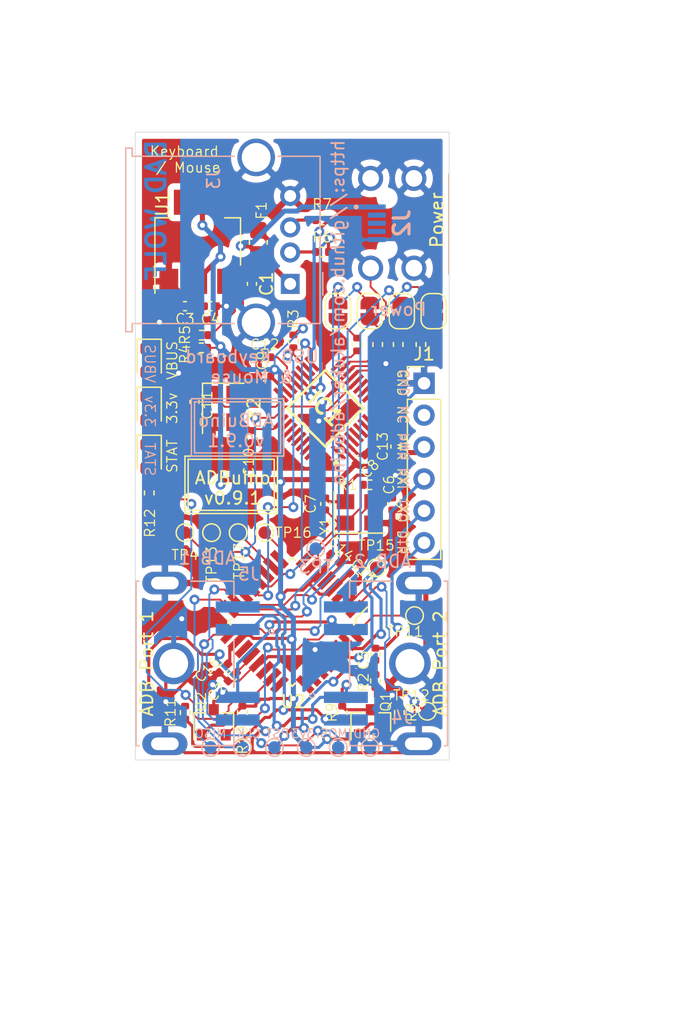
<source format=kicad_pcb>
(kicad_pcb (version 20171130) (host pcbnew "(5.1.9-16-g1737927814)-1")
  (layers (0 F.Cu signal) (31 B.Cu signal) (34 B.Paste user) (35 F.Paste user) (36 B.SilkS user) (37 F.SilkS user) (38 B.Mask user) (39 F.Mask user) (44 Edge.Cuts user))
  (net 0 "")
  (net 1 ADB_1_5v)
  (net 2 ADB_1_DATA)
  (net 3 ADB_1_PWR_ON)
  (net 4 GND)
  (net 5 +3V3)
  (net 6 VBUS)
  (net 7 Host_USB_D-)
  (net 8 Host_USB_D+)
  (net 9 "Net-(C6-Pad1)")
  (net 10 FTDI_DTR)
  (net 11 "Net-(C7-Pad1)")
  (net 12 "Net-(C10-Pad1)")
  (net 13 "Net-(C11-Pad1)")
  (net 14 "Net-(C12-Pad1)")
  (net 15 MAX3421_INT)
  (net 16 MAX3421_GPX)
  (net 17 MAX3421_SS)
  (net 18 ADB_DATA_LV)
  (net 19 ADB_PWR_ON_LV)
  (net 20 "Net-(TP15-Pad1)")
  (net 21 "Net-(TP16-Pad1)")
  (net 22 "Net-(TP17-Pad1)")
  (net 23 FTDI_TXO)
  (net 24 FTDI_RXI)
  (net 25 "Net-(C2-Pad1)")
  (net 26 "Net-(F1-Pad1)")
  (net 27 "Net-(J3-Pad3)")
  (net 28 "Net-(J3-Pad2)")
  (net 29 /RESET)
  (net 30 "Net-(D1-Pad2)")
  (net 31 "Net-(D2-Pad2)")
  (net 32 "Net-(D3-Pad2)")
  (net 33 DEBUG_LED)
  (net 34 ATMEGA_SS)
  (net 35 ATMEGA_SPI_MOSI)
  (net 36 ATMEGA_SPI_MISO)
  (net 37 ATMEGA_SPI_SCLK)
  (net 38 MAX3421_SPI_MOSI)
  (net 39 MAX3421_SPI_MISO)
  (net 40 MAX3421_SPI_SCLK)
  (net 41 MAX3421_RESET)
  (net 42 "Net-(JP3-Pad2)")
  (net 43 "Net-(JP4-Pad2)")
  (net 44 "Net-(JP5-Pad2)")
  (net 45 "Net-(JP6-Pad2)")
  (module Capacitor_SMD:C_0402_1005Metric (layer F.Cu) (at 35.306 42.926 180)
    (fp_text reference C12 (at 0 1.016) (layer F.SilkS) (effects (font (size 0.8 0.8) (thickness 0.1))))
    (fp_text value 100n)
    (pad 2 smd roundrect (at 0.48 0 180) (size 0.56 0.62) (layers F.Cu F.Paste F.Mask) (net 4 GND))
    (pad 1 smd roundrect (at -0.48 0 180) (size 0.56 0.62) (layers F.Cu F.Paste F.Mask) (net 14 "Net-(C12-Pad1)"))
  )
  (module Crystal:Crystal_SMD_3225-4Pin_3.2x2.5mm (layer F.Cu) (at 32.004 47 270)
    (fp_text reference Y2 (at 0 -2.45 90) (layer F.SilkS))
    (fp_text value 12MHz)
    (pad 4 smd rect (at -1.1 -0.85 270) (size 1.4 1.2) (layers F.Cu F.Paste F.Mask) (net 4 GND))
    (pad 3 smd rect (at 1.1 -0.85 270) (size 1.4 1.2) (layers F.Cu F.Paste F.Mask) (net 12 "Net-(C10-Pad1)"))
    (pad 2 smd rect (at 1.1 0.85 270) (size 1.4 1.2) (layers F.Cu F.Paste F.Mask) (net 4 GND))
    (pad 1 smd rect (at -1.1 0.85 270) (size 1.4 1.2) (layers F.Cu F.Paste F.Mask) (net 13 "Net-(C11-Pad1)"))
  )
  (module SamacSys_Parts:U254051N4BH806 (layer B.Cu) (at 46.228 32.258 270)
    (fp_text reference J2 (at 0 0 90) (layer B.SilkS) (effects (font (size 1.27 1.27) (thickness 0.254)) (justify mirror)))
    (fp_text value U254-051N-4BH806 hide)
    (pad MH6 np_thru_hole circle (at 2 1.165 270) (size 0.65 0) (drill 0.65) (layers *.Cu *.Mask))
    (pad MH5 np_thru_hole circle (at -2 1.165 270) (size 0.65 0) (drill 0.65) (layers *.Cu *.Mask))
    (pad MH4 thru_hole circle (at -3.575 2.485 270) (size 2 2) (drill 1.3285) (layers *.Cu *.Mask) (net 4 GND))
    (pad MH3 thru_hole circle (at 3.575 2.485 270) (size 2 2) (drill 1.3285) (layers *.Cu *.Mask) (net 4 GND))
    (pad MH2 thru_hole circle (at 3.575 -0.965 270) (size 2 2) (drill 1.3285) (layers *.Cu *.Mask) (net 4 GND))
    (pad MH1 thru_hole circle (at -3.575 -0.965 270) (size 2 2) (drill 1.3285) (layers *.Cu *.Mask) (net 4 GND))
    (pad 5 smd rect (at 1.3 1.985 270) (size 0.4 1.4) (layers B.Cu B.Paste B.Mask) (net 4 GND))
    (pad 4 smd rect (at 0.65 1.985 270) (size 0.4 1.4) (layers B.Cu B.Paste B.Mask))
    (pad 3 smd rect (at 0 1.985 270) (size 0.4 1.4) (layers B.Cu B.Paste B.Mask))
    (pad 2 smd rect (at -0.65 1.985 270) (size 0.4 1.4) (layers B.Cu B.Paste B.Mask))
    (pad 1 smd rect (at -1.3 1.985 270) (size 0.4 1.4) (layers B.Cu B.Paste B.Mask) (net 6 VBUS))
  )
  (module SamacSys_Parts:QFP50P700X700X120-32N (layer F.Cu) (at 40.132 47 135)
    (fp_text reference IC1 (at 0 0 135) (layer F.SilkS) (effects (font (size 1.27 1.27) (thickness 0.254))))
    (fp_text value MAX3421EEHJ+ hide)
    (pad 32 smd rect (at -1.75 -3.238 135) (size 0.3 1.475) (layers F.Cu F.Paste F.Mask))
    (pad 31 smd rect (at -1.25 -3.238 135) (size 0.3 1.475) (layers F.Cu F.Paste F.Mask))
    (pad 30 smd rect (at -0.75 -3.238 135) (size 0.3 1.475) (layers F.Cu F.Paste F.Mask))
    (pad 29 smd rect (at -0.25 -3.238 135) (size 0.3 1.475) (layers F.Cu F.Paste F.Mask))
    (pad 28 smd rect (at 0.25 -3.238 135) (size 0.3 1.475) (layers F.Cu F.Paste F.Mask))
    (pad 27 smd rect (at 0.75 -3.238 135) (size 0.3 1.475) (layers F.Cu F.Paste F.Mask))
    (pad 26 smd rect (at 1.25 -3.238 135) (size 0.3 1.475) (layers F.Cu F.Paste F.Mask))
    (pad 25 smd rect (at 1.75 -3.238 135) (size 0.3 1.475) (layers F.Cu F.Paste F.Mask) (net 12 "Net-(C10-Pad1)"))
    (pad 24 smd rect (at 3.238 -1.75 225) (size 0.3 1.475) (layers F.Cu F.Paste F.Mask) (net 13 "Net-(C11-Pad1)"))
    (pad 23 smd rect (at 3.238 -1.25 225) (size 0.3 1.475) (layers F.Cu F.Paste F.Mask) (net 5 +3V3))
    (pad 22 smd rect (at 3.238 -0.75 225) (size 0.3 1.475) (layers F.Cu F.Paste F.Mask) (net 14 "Net-(C12-Pad1)"))
    (pad 21 smd rect (at 3.238 -0.25 225) (size 0.3 1.475) (layers F.Cu F.Paste F.Mask) (net 8 Host_USB_D+))
    (pad 20 smd rect (at 3.238 0.25 225) (size 0.3 1.475) (layers F.Cu F.Paste F.Mask) (net 7 Host_USB_D-))
    (pad 19 smd rect (at 3.238 0.75 225) (size 0.3 1.475) (layers F.Cu F.Paste F.Mask) (net 4 GND))
    (pad 18 smd rect (at 3.238 1.25 225) (size 0.3 1.475) (layers F.Cu F.Paste F.Mask) (net 15 MAX3421_INT))
    (pad 17 smd rect (at 3.238 1.75 225) (size 0.3 1.475) (layers F.Cu F.Paste F.Mask) (net 16 MAX3421_GPX))
    (pad 16 smd rect (at 1.75 3.238 135) (size 0.3 1.475) (layers F.Cu F.Paste F.Mask) (net 38 MAX3421_SPI_MOSI))
    (pad 15 smd rect (at 1.25 3.238 135) (size 0.3 1.475) (layers F.Cu F.Paste F.Mask) (net 39 MAX3421_SPI_MISO))
    (pad 14 smd rect (at 0.75 3.238 135) (size 0.3 1.475) (layers F.Cu F.Paste F.Mask) (net 17 MAX3421_SS))
    (pad 13 smd rect (at 0.25 3.238 135) (size 0.3 1.475) (layers F.Cu F.Paste F.Mask) (net 40 MAX3421_SPI_SCLK))
    (pad 12 smd rect (at -0.25 3.238 135) (size 0.3 1.475) (layers F.Cu F.Paste F.Mask) (net 41 MAX3421_RESET))
    (pad 11 smd rect (at -0.75 3.238 135) (size 0.3 1.475) (layers F.Cu F.Paste F.Mask))
    (pad 10 smd rect (at -1.25 3.238 135) (size 0.3 1.475) (layers F.Cu F.Paste F.Mask))
    (pad 9 smd rect (at -1.75 3.238 135) (size 0.3 1.475) (layers F.Cu F.Paste F.Mask))
    (pad 8 smd rect (at -3.238 1.75 225) (size 0.3 1.475) (layers F.Cu F.Paste F.Mask))
    (pad 7 smd rect (at -3.238 1.25 225) (size 0.3 1.475) (layers F.Cu F.Paste F.Mask))
    (pad 6 smd rect (at -3.238 0.75 225) (size 0.3 1.475) (layers F.Cu F.Paste F.Mask))
    (pad 5 smd rect (at -3.238 0.25 225) (size 0.3 1.475) (layers F.Cu F.Paste F.Mask))
    (pad 4 smd rect (at -3.238 -0.25 225) (size 0.3 1.475) (layers F.Cu F.Paste F.Mask))
    (pad 3 smd rect (at -3.238 -0.75 225) (size 0.3 1.475) (layers F.Cu F.Paste F.Mask) (net 4 GND))
    (pad 2 smd rect (at -3.238 -1.25 225) (size 0.3 1.475) (layers F.Cu F.Paste F.Mask) (net 5 +3V3))
    (pad 1 smd rect (at -3.238 -1.75 225) (size 0.3 1.475) (layers F.Cu F.Paste F.Mask))
  )
  (module Capacitor_SMD:C_0402_1005Metric (layer F.Cu) (at 45.72 50.038 90)
    (fp_text reference C13 (at 0 -1.016 90) (layer F.SilkS) (effects (font (size 0.8 0.8) (thickness 0.1))))
    (fp_text value 100n)
    (pad 2 smd roundrect (at 0.48 0 90) (size 0.56 0.62) (layers F.Cu F.Paste F.Mask) (net 4 GND))
    (pad 1 smd roundrect (at -0.48 0 90) (size 0.56 0.62) (layers F.Cu F.Paste F.Mask) (net 5 +3V3))
  )
  (module adbuino_v0p9p1:CUI_MD2-40ST-SMT (layer B.Cu) (at 28.956 67.31 180)
    (fp_text reference J5 (at -5.08 7.112) (layer B.SilkS) (effects (font (size 1.000457 1.000457)) (justify mirror)))
    (fp_text value Mini-DIN-4)
    (pad 3 smd rect (at -4.2 4.5 180) (size 3.5 0.9) (layers B.Cu B.Paste B.Mask) (net 1 ADB_1_5v))
    (pad 1 smd rect (at -4.2 2.7 180) (size 3.5 0.9) (layers B.Cu B.Paste B.Mask) (net 2 ADB_1_DATA))
    (pad 2 smd rect (at -4.2 -2.7 180) (size 3.5 0.9) (layers B.Cu B.Paste B.Mask) (net 3 ADB_1_PWR_ON))
    (pad 4 smd rect (at -4.2 -4.5 180) (size 3.5 0.9) (layers B.Cu B.Paste B.Mask) (net 4 GND))
    (pad S3 thru_hole oval (at 1.6 -6.4 180) (size 3.6 1.8) (drill oval 2.2 1) (layers *.Cu *.Mask) (net 4 GND))
    (pad S2 thru_hole oval (at 1.6 6.4 180) (size 3.6 1.8) (drill oval 2.2 1) (layers *.Cu *.Mask) (net 4 GND))
    (pad S1 thru_hole circle (at 0.9 0 180) (size 3.316 3.316) (drill 2.3) (layers *.Cu *.Mask) (net 4 GND))
  )
  (module adbuino_v0p9p1:CUI_MD2-40ST-SMT (layer B.Cu) (at 45.974 67.31)
    (fp_text reference J4 (at 0.254 4.318) (layer B.SilkS) (effects (font (size 1.000457 1.000457)) (justify mirror)))
    (fp_text value Mini-DIN-4)
    (pad 3 smd rect (at -4.2 4.5) (size 3.5 0.9) (layers B.Cu B.Paste B.Mask) (net 1 ADB_1_5v))
    (pad 1 smd rect (at -4.2 2.7) (size 3.5 0.9) (layers B.Cu B.Paste B.Mask) (net 2 ADB_1_DATA))
    (pad 2 smd rect (at -4.2 -2.7) (size 3.5 0.9) (layers B.Cu B.Paste B.Mask) (net 3 ADB_1_PWR_ON))
    (pad 4 smd rect (at -4.2 -4.5) (size 3.5 0.9) (layers B.Cu B.Paste B.Mask) (net 4 GND))
    (pad S3 thru_hole oval (at 1.6 -6.4) (size 3.6 1.8) (drill oval 2.2 1) (layers *.Cu *.Mask) (net 4 GND))
    (pad S2 thru_hole oval (at 1.6 6.4) (size 3.6 1.8) (drill oval 2.2 1) (layers *.Cu *.Mask) (net 4 GND))
    (pad S1 thru_hole circle (at 0.9 0) (size 3.316 3.316) (drill 2.3) (layers *.Cu *.Mask) (net 4 GND))
  )
  (module Resistor_SMD:R_0402_1005Metric (layer F.Cu) (at 47.752 41.91 90)
    (fp_text reference R16)
    (fp_text value 750)
    (pad 2 smd roundrect (at 0.51 0 90) (size 0.54 0.64) (layers F.Cu F.Paste F.Mask) (net 43 "Net-(JP4-Pad2)"))
    (pad 1 smd roundrect (at -0.51 0 90) (size 0.54 0.64) (layers F.Cu F.Paste F.Mask) (net 40 MAX3421_SPI_SCLK))
  )
  (module Resistor_SMD:R_0402_1005Metric (layer F.Cu) (at 44.306999 41.91 90)
    (fp_text reference R15)
    (fp_text value 750)
    (pad 2 smd roundrect (at 0.51 0 90) (size 0.54 0.64) (layers F.Cu F.Paste F.Mask) (net 42 "Net-(JP3-Pad2)"))
    (pad 1 smd roundrect (at -0.51 0 90) (size 0.54 0.64) (layers F.Cu F.Paste F.Mask) (net 39 MAX3421_SPI_MISO))
  )
  (module Resistor_SMD:R_0402_1005Metric (layer F.Cu) (at 42.672 41.91 90)
    (fp_text reference R14)
    (fp_text value 750)
    (pad 2 smd roundrect (at 0.51 0 90) (size 0.54 0.64) (layers F.Cu F.Paste F.Mask) (net 45 "Net-(JP6-Pad2)"))
    (pad 1 smd roundrect (at -0.51 0 90) (size 0.54 0.64) (layers F.Cu F.Paste F.Mask) (net 38 MAX3421_SPI_MOSI))
  )
  (module Resistor_SMD:R_0402_1005Metric (layer F.Cu) (at 45.941998 41.91 90)
    (fp_text reference R13)
    (fp_text value 750)
    (pad 2 smd roundrect (at 0.51 0 90) (size 0.54 0.64) (layers F.Cu F.Paste F.Mask) (net 44 "Net-(JP5-Pad2)"))
    (pad 1 smd roundrect (at -0.51 0 90) (size 0.54 0.64) (layers F.Cu F.Paste F.Mask) (net 17 MAX3421_SS))
  )
  (module Resistor_SMD:R_0402_1005Metric (layer F.Cu) (at 26.1112 53.73116 90)
    (fp_text reference R12 (at -2.40284 0.0508 90) (layer F.SilkS) (effects (font (size 0.8 0.8) (thickness 0.1))))
    (fp_text value 10k)
    (pad 2 smd roundrect (at 0.51 0 90) (size 0.54 0.64) (layers F.Cu F.Paste F.Mask) (net 32 "Net-(D3-Pad2)"))
    (pad 1 smd roundrect (at -0.51 0 90) (size 0.54 0.64) (layers F.Cu F.Paste F.Mask) (net 33 DEBUG_LED))
  )
  (module Resistor_SMD:R_0402_1005Metric (layer F.Cu) (at 28.97124 71.2236 90)
    (fp_text reference R11 (at 0 -1.17 90) (layer F.SilkS) (effects (font (size 0.8 0.8) (thickness 0.1))))
    (fp_text value 10k)
    (pad 2 smd roundrect (at 0.51 0 90) (size 0.54 0.64) (layers F.Cu F.Paste F.Mask) (net 3 ADB_1_PWR_ON))
    (pad 1 smd roundrect (at -0.51 0 90) (size 0.54 0.64) (layers F.Cu F.Paste F.Mask) (net 1 ADB_1_5v))
  )
  (module Resistor_SMD:R_0402_1005Metric (layer F.Cu) (at 33.528 71.2216 270)
    (fp_text reference R10 (at 2.1844 0 90) (layer F.SilkS) (effects (font (size 0.8 0.8) (thickness 0.1))))
    (fp_text value 10k)
    (pad 2 smd roundrect (at 0.51 0 270) (size 0.54 0.64) (layers F.Cu F.Paste F.Mask) (net 19 ADB_PWR_ON_LV))
    (pad 1 smd roundrect (at -0.51 0 270) (size 0.54 0.64) (layers F.Cu F.Paste F.Mask) (net 5 +3V3))
  )
  (module Resistor_SMD:R_0402_1005Metric (layer F.Cu) (at 41.48328 71.2236 90)
    (fp_text reference R9 (at 0 -0.84328 90) (layer F.SilkS) (effects (font (size 0.8 0.8) (thickness 0.1))))
    (fp_text value 10k)
    (pad 2 smd roundrect (at 0.51 0 90) (size 0.54 0.64) (layers F.Cu F.Paste F.Mask) (net 2 ADB_1_DATA))
    (pad 1 smd roundrect (at -0.51 0 90) (size 0.54 0.64) (layers F.Cu F.Paste F.Mask) (net 1 ADB_1_5v))
  )
  (module Resistor_SMD:R_0402_1005Metric (layer F.Cu) (at 46.03496 71.21852 270)
    (fp_text reference R8 (at 0 -0.95504 90) (layer F.SilkS) (effects (font (size 0.8 0.8) (thickness 0.1))))
    (fp_text value 10k)
    (pad 2 smd roundrect (at 0.51 0 270) (size 0.54 0.64) (layers F.Cu F.Paste F.Mask) (net 18 ADB_DATA_LV))
    (pad 1 smd roundrect (at -0.51 0 270) (size 0.54 0.64) (layers F.Cu F.Paste F.Mask) (net 5 +3V3))
  )
  (module Resistor_SMD:R_0402_1005Metric (layer F.Cu) (at 39.878 32.004 180)
    (fp_text reference R7 (at 0 1.27) (layer F.SilkS) (effects (font (size 0.8 0.8) (thickness 0.1))))
    (fp_text value 33)
    (pad 2 smd roundrect (at 0.51 0 180) (size 0.54 0.64) (layers F.Cu F.Paste F.Mask) (net 27 "Net-(J3-Pad3)"))
    (pad 1 smd roundrect (at -0.51 0 180) (size 0.54 0.64) (layers F.Cu F.Paste F.Mask) (net 8 Host_USB_D+))
  )
  (module Resistor_SMD:R_0402_1005Metric (layer F.Cu) (at 39.876 34.544)
    (fp_text reference R6 (at 0 -1.17) (layer F.SilkS) (effects (font (size 0.8 0.8) (thickness 0.1))))
    (fp_text value 33)
    (pad 2 smd roundrect (at 0.51 0) (size 0.54 0.64) (layers F.Cu F.Paste F.Mask) (net 7 Host_USB_D-))
    (pad 1 smd roundrect (at -0.51 0) (size 0.54 0.64) (layers F.Cu F.Paste F.Mask) (net 28 "Net-(J3-Pad2)"))
  )
  (module Resistor_SMD:R_0402_1005Metric (layer F.Cu) (at 30.26464 41.16832 180)
    (fp_text reference R5 (at 1.30864 0.02032 90) (layer F.SilkS) (effects (font (size 0.8 0.8) (thickness 0.1))))
    (fp_text value 10k)
    (pad 2 smd roundrect (at 0.51 0 180) (size 0.54 0.64) (layers F.Cu F.Paste F.Mask) (net 31 "Net-(D2-Pad2)"))
    (pad 1 smd roundrect (at -0.51 0 180) (size 0.54 0.64) (layers F.Cu F.Paste F.Mask) (net 6 VBUS))
  )
  (module Resistor_SMD:R_0402_1005Metric (layer F.Cu) (at 30.25956 42.17924 180)
    (fp_text reference R4 (at 1.30356 -0.49276 90) (layer F.SilkS) (effects (font (size 0.8 0.8) (thickness 0.1))))
    (fp_text value 10k)
    (pad 2 smd roundrect (at 0.51 0 180) (size 0.54 0.64) (layers F.Cu F.Paste F.Mask) (net 30 "Net-(D1-Pad2)"))
    (pad 1 smd roundrect (at -0.51 0 180) (size 0.54 0.64) (layers F.Cu F.Paste F.Mask) (net 5 +3V3))
  )
  (module Resistor_SMD:R_0402_1005Metric (layer F.Cu) (at 37.592 41.656 270)
    (fp_text reference R3 (at -1.778 0 90) (layer F.SilkS) (effects (font (size 0.8 0.8) (thickness 0.1))))
    (fp_text value 2.2k)
    (pad 2 smd roundrect (at 0.51 0 270) (size 0.54 0.64) (layers F.Cu F.Paste F.Mask) (net 15 MAX3421_INT))
    (pad 1 smd roundrect (at -0.51 0 270) (size 0.54 0.64) (layers F.Cu F.Paste F.Mask) (net 5 +3V3))
  )
  (module Resistor_SMD:R_0402_1005Metric (layer F.Cu) (at 44.12996 68.709 90)
    (fp_text reference R2 (at -0.125 -0.94996 90) (layer F.SilkS) (effects (font (size 0.8 0.8) (thickness 0.1))))
    (fp_text value 10k)
    (pad 2 smd roundrect (at 0.51 0 90) (size 0.54 0.64) (layers F.Cu F.Paste F.Mask) (net 29 /RESET))
    (pad 1 smd roundrect (at -0.51 0 90) (size 0.54 0.64) (layers F.Cu F.Paste F.Mask) (net 5 +3V3))
  )
  (module Resistor_SMD:R_0402_1005Metric (layer F.Cu) (at 43.686 53.086 180)
    (fp_text reference R1 (at 1.776 0) (layer F.SilkS) (effects (font (size 0.8 0.8) (thickness 0.1))))
    (fp_text value 1M)
    (pad 2 smd roundrect (at 0.51 0 180) (size 0.54 0.64) (layers F.Cu F.Paste F.Mask) (net 11 "Net-(C7-Pad1)"))
    (pad 1 smd roundrect (at -0.51 0 180) (size 0.54 0.64) (layers F.Cu F.Paste F.Mask) (net 9 "Net-(C6-Pad1)"))
  )
  (module Capacitor_SMD:C_0402_1005Metric (layer F.Cu) (at 32.035429 67.681789 225)
    (fp_text reference C16 (at 1.016565 0.823934 45) (layer F.SilkS) (effects (font (size 0.8 0.8) (thickness 0.1))))
    (fp_text value 100n)
    (pad 2 smd roundrect (at 0.48 0 225) (size 0.56 0.62) (layers F.Cu F.Paste F.Mask) (net 4 GND))
    (pad 1 smd roundrect (at -0.48 0 225) (size 0.56 0.62) (layers F.Cu F.Paste F.Mask) (net 5 +3V3))
  )
  (module Capacitor_SMD:C_0402_1005Metric (layer F.Cu) (at 42.418 60.452 315)
    (fp_text reference C15 (at 0.179605 -0.898026 135) (layer F.SilkS) (effects (font (size 0.8 0.8) (thickness 0.1))))
    (fp_text value 100n)
    (pad 2 smd roundrect (at 0.48 0 315) (size 0.56 0.62) (layers F.Cu F.Paste F.Mask) (net 4 GND))
    (pad 1 smd roundrect (at -0.48 0 315) (size 0.56 0.62) (layers F.Cu F.Paste F.Mask) (net 5 +3V3))
  )
  (module Capacitor_SMD:C_0402_1005Metric (layer F.Cu) (at 40.894 58.928 315)
    (fp_text reference C14 (at -0.179605 -0.898026 135) (layer F.SilkS) (effects (font (size 0.8 0.8) (thickness 0.1))))
    (fp_text value 100n)
    (pad 2 smd roundrect (at 0.48 0 315) (size 0.56 0.62) (layers F.Cu F.Paste F.Mask) (net 4 GND))
    (pad 1 smd roundrect (at -0.48 0 315) (size 0.56 0.62) (layers F.Cu F.Paste F.Mask) (net 5 +3V3))
  )
  (module Capacitor_SMD:C_0402_1005Metric (layer F.Cu) (at 29.718 46.482 270)
    (fp_text reference C11 (at 0.254 -1.016 90) (layer F.SilkS) (effects (font (size 0.8 0.8) (thickness 0.1))))
    (fp_text value 30p)
    (pad 2 smd roundrect (at 0.48 0 270) (size 0.56 0.62) (layers F.Cu F.Paste F.Mask) (net 4 GND))
    (pad 1 smd roundrect (at -0.48 0 270) (size 0.56 0.62) (layers F.Cu F.Paste F.Mask) (net 13 "Net-(C11-Pad1)"))
  )
  (module Capacitor_SMD:C_0402_1005Metric (layer F.Cu) (at 34.29 49.248 270)
    (fp_text reference C10 (at 2.032 0.254 270) (layer F.SilkS) (effects (font (size 0.8 0.8) (thickness 0.1))))
    (fp_text value 30p)
    (pad 2 smd roundrect (at 0.48 0 270) (size 0.56 0.62) (layers F.Cu F.Paste F.Mask) (net 4 GND))
    (pad 1 smd roundrect (at -0.48 0 270) (size 0.56 0.62) (layers F.Cu F.Paste F.Mask) (net 12 "Net-(C10-Pad1)"))
  )
  (module Capacitor_SMD:C_0402_1005Metric (layer F.Cu) (at 35.306 44.45 180)
    (fp_text reference C9 (at 0.179605 1.257236 90) (layer F.SilkS) (effects (font (size 0.8 0.8) (thickness 0.1))))
    (fp_text value 100n)
    (pad 2 smd roundrect (at 0.48 0 180) (size 0.56 0.62) (layers F.Cu F.Paste F.Mask) (net 4 GND))
    (pad 1 smd roundrect (at -0.48 0 180) (size 0.56 0.62) (layers F.Cu F.Paste F.Mask) (net 5 +3V3))
  )
  (module Capacitor_SMD:C_0402_1005Metric (layer F.Cu) (at 42.926 51.054 45)
    (fp_text reference C8 (at 0 1.077631 45) (layer F.SilkS) (effects (font (size 0.8 0.8) (thickness 0.1))))
    (fp_text value 100n)
    (pad 2 smd roundrect (at 0.48 0 45) (size 0.56 0.62) (layers F.Cu F.Paste F.Mask) (net 4 GND))
    (pad 1 smd roundrect (at -0.48 0 45) (size 0.56 0.62) (layers F.Cu F.Paste F.Mask) (net 5 +3V3))
  )
  (module Capacitor_SMD:C_0402_1005Metric (layer F.Cu) (at 40.132 54.61 90)
    (fp_text reference C7 (at 0 -1.16 90) (layer F.SilkS) (effects (font (size 0.8 0.8) (thickness 0.1))))
    (fp_text value 4p)
    (pad 2 smd roundrect (at 0.48 0 90) (size 0.56 0.62) (layers F.Cu F.Paste F.Mask) (net 4 GND))
    (pad 1 smd roundrect (at -0.48 0 90) (size 0.56 0.62) (layers F.Cu F.Paste F.Mask) (net 11 "Net-(C7-Pad1)"))
  )
  (module Capacitor_SMD:C_0402_1005Metric (layer F.Cu) (at 45.466 54.61 270)
    (fp_text reference C6 (at -1.524 0.254 90) (layer F.SilkS) (effects (font (size 0.8 0.8) (thickness 0.1))))
    (fp_text value 4p)
    (pad 2 smd roundrect (at 0.48 0 270) (size 0.56 0.62) (layers F.Cu F.Paste F.Mask) (net 4 GND))
    (pad 1 smd roundrect (at -0.48 0 270) (size 0.56 0.62) (layers F.Cu F.Paste F.Mask) (net 9 "Net-(C6-Pad1)"))
  )
  (module Capacitor_SMD:C_0402_1005Metric (layer F.Cu) (at 44.12996 66.576 90)
    (fp_text reference C5 (at -0.48 -0.94996 90) (layer F.SilkS) (effects (font (size 0.8 0.8) (thickness 0.1))))
    (fp_text value 100n)
    (pad 2 smd roundrect (at 0.48 0 90) (size 0.56 0.62) (layers F.Cu F.Paste F.Mask) (net 10 FTDI_DTR))
    (pad 1 smd roundrect (at -0.48 0 90) (size 0.56 0.62) (layers F.Cu F.Paste F.Mask) (net 29 /RESET))
  )
  (module Capacitor_SMD:C_0402_1005Metric (layer F.Cu) (at 30.988 38.862)
    (fp_text reference C4 (at 0 1.016) (layer F.SilkS) (effects (font (size 0.8 0.8) (thickness 0.1))))
    (fp_text value 10u)
    (pad 2 smd roundrect (at 0.48 0) (size 0.56 0.62) (layers F.Cu F.Paste F.Mask) (net 4 GND))
    (pad 1 smd roundrect (at -0.48 0) (size 0.56 0.62) (layers F.Cu F.Paste F.Mask) (net 5 +3V3))
  )
  (module Capacitor_SMD:C_0402_1005Metric (layer F.Cu) (at 28.956 38.862 180)
    (fp_text reference C3 (at 0 -1.016) (layer F.SilkS) (effects (font (size 0.8 0.8) (thickness 0.1))))
    (fp_text value 100n)
    (pad 2 smd roundrect (at 0.48 0 180) (size 0.56 0.62) (layers F.Cu F.Paste F.Mask) (net 4 GND))
    (pad 1 smd roundrect (at -0.48 0 180) (size 0.56 0.62) (layers F.Cu F.Paste F.Mask) (net 5 +3V3))
  )
  (module Capacitor_SMD:C_0402_1005Metric (layer F.Cu) (at 32.72536 68.3768 225)
    (fp_text reference C2 (at 1.731393 0.007184 45) (layer F.SilkS) (effects (font (size 0.8 0.8) (thickness 0.1))))
    (fp_text value 100n)
    (pad 2 smd roundrect (at 0.48 0 225) (size 0.56 0.62) (layers F.Cu F.Paste F.Mask) (net 4 GND))
    (pad 1 smd roundrect (at -0.48 0 225) (size 0.56 0.62) (layers F.Cu F.Paste F.Mask) (net 25 "Net-(C2-Pad1)"))
  )
  (module Capacitor_SMD:C_0402_1005Metric (layer F.Cu) (at 34.29 37.084 270)
    (fp_text reference C1 (at 0 -1.16 90) (layer F.SilkS))
    (fp_text value 10u)
    (pad 2 smd roundrect (at 0.48 0 270) (size 0.56 0.62) (layers F.Cu F.Paste F.Mask) (net 4 GND))
    (pad 1 smd roundrect (at -0.48 0 270) (size 0.56 0.62) (layers F.Cu F.Paste F.Mask) (net 6 VBUS))
  )
  (module TestPoint:TestPoint_Pad_D1.0mm (layer B.Cu) (at 43.7 74 90)
    (fp_text reference TP26)
    (fp_text value TestPoint_Small)
    (pad 1 smd circle (at 0 0 90) (size 1 1) (layers B.Cu B.Mask) (net 4 GND))
  )
  (module TestPoint:TestPoint_Pad_D1.0mm (layer B.Cu) (at 41.16 74 90)
    (fp_text reference TP25)
    (fp_text value TestPoint_Small)
    (pad 1 smd circle (at 0 0 90) (size 1 1) (layers B.Cu B.Mask) (net 35 ATMEGA_SPI_MOSI))
  )
  (module TestPoint:TestPoint_Pad_D1.0mm (layer B.Cu) (at 38.62 74 90)
    (fp_text reference TP24)
    (fp_text value TestPoint_Small)
    (pad 1 smd circle (at 0 0 90) (size 1 1) (layers B.Cu B.Mask) (net 5 +3V3))
  )
  (module TestPoint:TestPoint_Pad_D1.0mm (layer B.Cu) (at 36.08 74 90)
    (fp_text reference TP23)
    (fp_text value TestPoint_Small)
    (pad 1 smd circle (at 0 0 90) (size 1 1) (layers B.Cu B.Mask) (net 29 /RESET))
  )
  (module TestPoint:TestPoint_Pad_D1.0mm (layer B.Cu) (at 33.54 74 90)
    (fp_text reference TP22)
    (fp_text value TestPoint_Small)
    (pad 1 smd circle (at 0 0 90) (size 1 1) (layers B.Cu B.Mask) (net 37 ATMEGA_SPI_SCLK))
  )
  (module TestPoint:TestPoint_Pad_D1.0mm (layer B.Cu) (at 31 74 90)
    (fp_text reference TP14)
    (fp_text value TestPoint_Small)
    (pad 1 smd circle (at 0 0 90) (size 1 1) (layers B.Cu B.Mask) (net 36 ATMEGA_SPI_MISO))
  )
  (module TestPoint:TestPoint_Pad_D1.0mm (layer F.Cu) (at 31.072666 56.896 180)
    (fp_text reference TP13 (at 0 -2.54 90) (layer F.SilkS) (effects (font (size 0.8 0.8) (thickness 0.1))))
    (fp_text value TestPoint_Small)
    (pad 1 smd circle (at 0 0 180) (size 1 1) (layers F.Cu F.Mask) (net 41 MAX3421_RESET))
  )
  (module TestPoint:TestPoint_Pad_D1.0mm (layer F.Cu) (at 48.26 71.12 270)
    (fp_text reference TP12 (at -1.27 1.27) (layer F.SilkS) (effects (font (size 0.8 0.8) (thickness 0.1))))
    (fp_text value TestPoint_Small)
    (pad 1 smd circle (at 0 0 270) (size 1 1) (layers F.Cu F.Mask) (net 18 ADB_DATA_LV))
  )
  (module TestPoint:TestPoint_Pad_D1.0mm (layer F.Cu) (at 47.244 63.5 180)
    (fp_text reference TP11 (at 0.762 -1.27) (layer F.SilkS) (effects (font (size 0.8 0.8) (thickness 0.1))))
    (fp_text value TestPoint_Small)
    (pad 1 smd circle (at 0 0 180) (size 1 1) (layers F.Cu F.Mask) (net 19 ADB_PWR_ON_LV))
  )
  (module LED_SMD:LED_0805_2012Metric (layer F.Cu) (at 26.1112 50.8231 270)
    (fp_text reference D3)
    (fp_text value LED_Small)
    (pad 2 smd roundrect (at 0.9375 0 270) (size 0.975 1.4) (layers F.Cu F.Paste F.Mask) (net 32 "Net-(D3-Pad2)"))
    (pad 1 smd roundrect (at -0.9375 0 270) (size 0.975 1.4) (layers F.Cu F.Paste F.Mask) (net 4 GND))
  )
  (module LED_SMD:LED_0805_2012Metric (layer F.Cu) (at 26.1112 43.18 270)
    (fp_text reference D2)
    (fp_text value LED_Small)
    (pad 2 smd roundrect (at 0.9375 0 270) (size 0.975 1.4) (layers F.Cu F.Paste F.Mask) (net 31 "Net-(D2-Pad2)"))
    (pad 1 smd roundrect (at -0.9375 0 270) (size 0.975 1.4) (layers F.Cu F.Paste F.Mask) (net 4 GND))
  )
  (module LED_SMD:LED_0805_2012Metric (layer F.Cu) (at 26.1112 47.00155 270)
    (fp_text reference D1)
    (fp_text value LED_Small)
    (pad 2 smd roundrect (at 0.9375 0 270) (size 0.975 1.4) (layers F.Cu F.Paste F.Mask) (net 30 "Net-(D1-Pad2)"))
    (pad 1 smd roundrect (at -0.9375 0 270) (size 0.975 1.4) (layers F.Cu F.Paste F.Mask) (net 4 GND))
  )
  (module Jumper:SolderJumper-2_P1.3mm_Bridged_RoundedPad1.0x1.5mm (layer F.Cu) (at 41.148 39.258 270)
    (fp_text reference JP6)
    (fp_text value SolderJumper_2_Bridged)
    (fp_poly (pts (xy 0.25 -0.3) (xy -0.25 -0.3) (xy -0.25 0.3) (xy 0.25 0.3)) (layer F.Cu) (width 0))
    (pad 1 smd custom (at -0.65 0 270) (size 1 0.5) (layers F.Cu F.Mask) (net 35 ATMEGA_SPI_MOSI) (options (clearance outline) (anchor rect)) (primitives (gr_circle (center 0 0.25) (end 0.5 0.25) (width 0)) (gr_circle (center 0 -0.25) (end 0.5 -0.25) (width 0)) (gr_poly (pts (xy 0 -0.75) (xy 0.5 -0.75) (xy 0.5 0.75) (xy 0 0.75)) (width 0))))
    (pad 2 smd custom (at 0.65 0 270) (size 1 0.5) (layers F.Cu F.Mask) (net 45 "Net-(JP6-Pad2)") (options (clearance outline) (anchor rect)) (primitives (gr_circle (center 0 0.25) (end 0.5 0.25) (width 0)) (gr_circle (center 0 -0.25) (end 0.5 -0.25) (width 0)) (gr_poly (pts (xy 0 -0.75) (xy -0.5 -0.75) (xy -0.5 0.75) (xy 0 0.75)) (width 0))))
  )
  (module Jumper:SolderJumper-2_P1.3mm_Bridged_RoundedPad1.0x1.5mm (layer F.Cu) (at 46.228 39.258 270)
    (fp_text reference JP5)
    (fp_text value SolderJumper_2_Bridged)
    (fp_poly (pts (xy 0.25 -0.3) (xy -0.25 -0.3) (xy -0.25 0.3) (xy 0.25 0.3)) (layer F.Cu) (width 0))
    (pad 1 smd custom (at -0.65 0 270) (size 1 0.5) (layers F.Cu F.Mask) (net 34 ATMEGA_SS) (options (clearance outline) (anchor rect)) (primitives (gr_circle (center 0 0.25) (end 0.5 0.25) (width 0)) (gr_circle (center 0 -0.25) (end 0.5 -0.25) (width 0)) (gr_poly (pts (xy 0 -0.75) (xy 0.5 -0.75) (xy 0.5 0.75) (xy 0 0.75)) (width 0))))
    (pad 2 smd custom (at 0.65 0 270) (size 1 0.5) (layers F.Cu F.Mask) (net 44 "Net-(JP5-Pad2)") (options (clearance outline) (anchor rect)) (primitives (gr_circle (center 0 0.25) (end 0.5 0.25) (width 0)) (gr_circle (center 0 -0.25) (end 0.5 -0.25) (width 0)) (gr_poly (pts (xy 0 -0.75) (xy -0.5 -0.75) (xy -0.5 0.75) (xy 0 0.75)) (width 0))))
  )
  (module Jumper:SolderJumper-2_P1.3mm_Bridged_RoundedPad1.0x1.5mm (layer F.Cu) (at 48.768 39.258 270)
    (fp_text reference JP4)
    (fp_text value SolderJumper_2_Bridged)
    (fp_poly (pts (xy 0.25 -0.3) (xy -0.25 -0.3) (xy -0.25 0.3) (xy 0.25 0.3)) (layer F.Cu) (width 0))
    (pad 1 smd custom (at -0.65 0 270) (size 1 0.5) (layers F.Cu F.Mask) (net 37 ATMEGA_SPI_SCLK) (options (clearance outline) (anchor rect)) (primitives (gr_circle (center 0 0.25) (end 0.5 0.25) (width 0)) (gr_circle (center 0 -0.25) (end 0.5 -0.25) (width 0)) (gr_poly (pts (xy 0 -0.75) (xy 0.5 -0.75) (xy 0.5 0.75) (xy 0 0.75)) (width 0))))
    (pad 2 smd custom (at 0.65 0 270) (size 1 0.5) (layers F.Cu F.Mask) (net 43 "Net-(JP4-Pad2)") (options (clearance outline) (anchor rect)) (primitives (gr_circle (center 0 0.25) (end 0.5 0.25) (width 0)) (gr_circle (center 0 -0.25) (end 0.5 -0.25) (width 0)) (gr_poly (pts (xy 0 -0.75) (xy -0.5 -0.75) (xy -0.5 0.75) (xy 0 0.75)) (width 0))))
  )
  (module Jumper:SolderJumper-2_P1.3mm_Bridged_RoundedPad1.0x1.5mm (layer F.Cu) (at 43.688 39.258 270)
    (fp_text reference JP3)
    (fp_text value SolderJumper_2_Bridged)
    (fp_poly (pts (xy 0.25 -0.3) (xy -0.25 -0.3) (xy -0.25 0.3) (xy 0.25 0.3)) (layer F.Cu) (width 0))
    (pad 1 smd custom (at -0.65 0 270) (size 1 0.5) (layers F.Cu F.Mask) (net 36 ATMEGA_SPI_MISO) (options (clearance outline) (anchor rect)) (primitives (gr_circle (center 0 0.25) (end 0.5 0.25) (width 0)) (gr_circle (center 0 -0.25) (end 0.5 -0.25) (width 0)) (gr_poly (pts (xy 0 -0.75) (xy 0.5 -0.75) (xy 0.5 0.75) (xy 0 0.75)) (width 0))))
    (pad 2 smd custom (at 0.65 0 270) (size 1 0.5) (layers F.Cu F.Mask) (net 42 "Net-(JP3-Pad2)") (options (clearance outline) (anchor rect)) (primitives (gr_circle (center 0 0.25) (end 0.5 0.25) (width 0)) (gr_circle (center 0 -0.25) (end 0.5 -0.25) (width 0)) (gr_poly (pts (xy 0 -0.75) (xy -0.5 -0.75) (xy -0.5 0.75) (xy 0 0.75)) (width 0))))
  )
  (module Connector_PinHeader_2.54mm:PinHeader_1x06_P2.54mm_Vertical (layer F.Cu) (at 48 45)
    (fp_text reference J1 (at 0 -2.33) (layer F.SilkS))
    (fp_text value Conn_01x06_Male)
    (pad 6 thru_hole oval (at 0 12.7) (size 1.7 1.7) (drill 1) (layers *.Cu *.Mask) (net 10 FTDI_DTR))
    (pad 5 thru_hole oval (at 0 10.16) (size 1.7 1.7) (drill 1) (layers *.Cu *.Mask) (net 23 FTDI_TXO))
    (pad 4 thru_hole oval (at 0 7.62) (size 1.7 1.7) (drill 1) (layers *.Cu *.Mask) (net 24 FTDI_RXI))
    (pad 3 thru_hole oval (at 0 5.08) (size 1.7 1.7) (drill 1) (layers *.Cu *.Mask) (net 5 +3V3))
    (pad 2 thru_hole oval (at 0 2.54) (size 1.7 1.7) (drill 1) (layers *.Cu *.Mask))
    (pad 1 thru_hole rect (at 0 0) (size 1.7 1.7) (drill 1) (layers *.Cu *.Mask) (net 4 GND))
  )
  (module Fuse:Fuse_0805_2012Metric_Castellated (layer F.Cu) (at 34.798 33.782 270)
    (fp_text reference F1 (at -2.54 -0.254 90) (layer F.SilkS) (effects (font (size 0.8 0.8) (thickness 0.1))))
    (fp_text value Polyfuse)
    (pad 2 smd roundrect (at 0.9625 0 270) (size 1.325 1.3) (layers F.Cu F.Paste F.Mask) (roundrect_rratio 0.1923069230769231) (net 6 VBUS))
    (pad 1 smd roundrect (at -0.9625 0 270) (size 1.325 1.3) (layers F.Cu F.Paste F.Mask) (roundrect_rratio 0.1923069230769231) (net 26 "Net-(F1-Pad1)"))
  )
  (module Crystal:Crystal_SMD_3225-4Pin_3.2x2.5mm (layer F.Cu) (at 42.842 55.284)
    (fp_text reference Y1 (at -2.71 1.104 90) (layer F.SilkS) (effects (font (size 0.8 0.8) (thickness 0.1))))
    (fp_text value 16MHz)
    (pad 4 smd rect (at -1.1 -0.85) (size 1.4 1.2) (layers F.Cu F.Paste F.Mask) (net 4 GND))
    (pad 3 smd rect (at 1.1 -0.85) (size 1.4 1.2) (layers F.Cu F.Paste F.Mask) (net 9 "Net-(C6-Pad1)"))
    (pad 2 smd rect (at 1.1 0.85) (size 1.4 1.2) (layers F.Cu F.Paste F.Mask) (net 4 GND))
    (pad 1 smd rect (at -1.1 0.85) (size 1.4 1.2) (layers F.Cu F.Paste F.Mask) (net 11 "Net-(C7-Pad1)"))
  )
  (module TestPoint:TestPoint_Pad_D1.0mm (layer F.Cu) (at 33.189332 56.896 180)
    (fp_text reference TP17 (at -0.084668 -2.286 90) (layer F.SilkS) (effects (font (size 0.8 0.8) (thickness 0.1))))
    (fp_text value TestPoint_Small)
    (pad 1 smd circle (at 0 0 180) (size 1 1) (layers F.Cu F.Mask) (net 22 "Net-(TP17-Pad1)"))
  )
  (module TestPoint:TestPoint_Pad_D1.0mm (layer F.Cu) (at 35.306 56.896 270)
    (fp_text reference TP16 (at 0 -2.286) (layer F.SilkS) (effects (font (size 0.8 0.8) (thickness 0.1))))
    (fp_text value TestPoint_Small)
    (pad 1 smd circle (at 0 0 270) (size 1 1) (layers F.Cu F.Mask) (net 21 "Net-(TP16-Pad1)"))
  )
  (module TestPoint:TestPoint_Pad_D1.0mm (layer F.Cu) (at 44.196 59.69)
    (fp_text reference TP15 (at 0 -1.778) (layer F.SilkS) (effects (font (size 0.8 0.8) (thickness 0.1))))
    (fp_text value TestPoint_Small)
    (pad 1 smd circle (at 0 0) (size 1 1) (layers F.Cu F.Mask) (net 20 "Net-(TP15-Pad1)"))
  )
  (module TestPoint:TestPoint_Pad_D1.0mm (layer F.Cu) (at 28.956 56.896 90)
    (fp_text reference TP4 (at -1.778 0 180) (layer F.SilkS) (effects (font (size 0.8 0.8) (thickness 0.1))))
    (fp_text value TestPoint_Small)
    (pad 1 smd circle (at 0 0 90) (size 1 1) (layers F.Cu F.Mask) (net 15 MAX3421_INT))
  )
  (module TestPoint:TestPoint_Pad_D1.0mm (layer B.Cu) (at 39.37 58.166)
    (fp_text reference TP3 (at 0 1.448 180) (layer B.SilkS) (effects (justify mirror)))
    (fp_text value TestPoint_Small)
    (pad 1 smd circle (at 0 0) (size 1 1) (layers B.Cu B.Mask) (net 16 MAX3421_GPX))
  )
  (module Package_TO_SOT_SMD:SOT-23 (layer F.Cu) (at 31.25 72 90)
    (fp_text reference Q2 (at 1.642 -1.024 270) (layer F.SilkS) (effects (font (size 0.8 0.8) (thickness 0.1))))
    (fp_text value BSS138)
    (pad 3 smd rect (at 1 0 90) (size 0.9 0.8) (layers F.Cu F.Paste F.Mask) (net 3 ADB_1_PWR_ON))
    (pad 2 smd rect (at -1 0.95 90) (size 0.9 0.8) (layers F.Cu F.Paste F.Mask) (net 19 ADB_PWR_ON_LV))
    (pad 1 smd rect (at -1 -0.95 90) (size 0.9 0.8) (layers F.Cu F.Paste F.Mask) (net 5 +3V3))
  )
  (module Package_TO_SOT_SMD:SOT-23 (layer F.Cu) (at 43.76 72 90)
    (fp_text reference Q1 (at 1.642 1.198 90) (layer F.SilkS) (effects (font (size 0.8 0.8) (thickness 0.1))))
    (fp_text value BSS138)
    (pad 3 smd rect (at 1 0 90) (size 0.9 0.8) (layers F.Cu F.Paste F.Mask) (net 2 ADB_1_DATA))
    (pad 2 smd rect (at -1 0.95 90) (size 0.9 0.8) (layers F.Cu F.Paste F.Mask) (net 18 ADB_DATA_LV))
    (pad 1 smd rect (at -1 -0.95 90) (size 0.9 0.8) (layers F.Cu F.Paste F.Mask) (net 5 +3V3))
  )
  (module Package_TO_SOT_SMD:SOT-223-3_TabPin2 (layer F.Cu) (at 29.972 33.734 90)
    (fp_text reference U1 (at 3 -2.794 90) (layer F.SilkS))
    (fp_text value AMS1117-3.3)
    (pad 1 smd rect (at -3.15 -2.3 90) (size 2 1.5) (layers F.Cu F.Paste F.Mask) (net 4 GND))
    (pad 3 smd rect (at -3.15 2.3 90) (size 2 1.5) (layers F.Cu F.Paste F.Mask) (net 6 VBUS))
    (pad 2 smd rect (at -3.15 0 90) (size 2 1.5) (layers F.Cu F.Paste F.Mask) (net 5 +3V3))
    (pad 2 smd rect (at 3.15 0 90) (size 2 3.8) (layers F.Cu F.Paste F.Mask) (net 5 +3V3))
  )
  (module Package_QFP:TQFP-32_7x7mm_P0.8mm (layer F.Cu) (at 37.5 64 225)
    (fp_text reference U2 (at 4.430731 -4.560839) (layer F.SilkS))
    (fp_text value ATmega328P-AU)
    (pad 32 smd rect (at -2.8 -4.25 315) (size 1.6 0.55) (layers F.Cu F.Paste F.Mask) (net 19 ADB_PWR_ON_LV))
    (pad 31 smd rect (at -2 -4.25 315) (size 1.6 0.55) (layers F.Cu F.Paste F.Mask) (net 23 FTDI_TXO))
    (pad 30 smd rect (at -1.2 -4.25 315) (size 1.6 0.55) (layers F.Cu F.Paste F.Mask) (net 24 FTDI_RXI))
    (pad 29 smd rect (at -0.4 -4.25 315) (size 1.6 0.55) (layers F.Cu F.Paste F.Mask) (net 29 /RESET))
    (pad 28 smd rect (at 0.4 -4.25 315) (size 1.6 0.55) (layers F.Cu F.Paste F.Mask))
    (pad 27 smd rect (at 1.2 -4.25 315) (size 1.6 0.55) (layers F.Cu F.Paste F.Mask))
    (pad 26 smd rect (at 2 -4.25 315) (size 1.6 0.55) (layers F.Cu F.Paste F.Mask))
    (pad 25 smd rect (at 2.8 -4.25 315) (size 1.6 0.55) (layers F.Cu F.Paste F.Mask))
    (pad 24 smd rect (at 4.25 -2.8 225) (size 1.6 0.55) (layers F.Cu F.Paste F.Mask))
    (pad 23 smd rect (at 4.25 -2 225) (size 1.6 0.55) (layers F.Cu F.Paste F.Mask) (net 33 DEBUG_LED))
    (pad 22 smd rect (at 4.25 -1.2 225) (size 1.6 0.55) (layers F.Cu F.Paste F.Mask))
    (pad 21 smd rect (at 4.25 -0.4 225) (size 1.6 0.55) (layers F.Cu F.Paste F.Mask) (net 4 GND))
    (pad 20 smd rect (at 4.25 0.4 225) (size 1.6 0.55) (layers F.Cu F.Paste F.Mask) (net 25 "Net-(C2-Pad1)"))
    (pad 19 smd rect (at 4.25 1.2 225) (size 1.6 0.55) (layers F.Cu F.Paste F.Mask))
    (pad 18 smd rect (at 4.25 2 225) (size 1.6 0.55) (layers F.Cu F.Paste F.Mask) (net 5 +3V3))
    (pad 17 smd rect (at 4.25 2.8 225) (size 1.6 0.55) (layers F.Cu F.Paste F.Mask) (net 37 ATMEGA_SPI_SCLK))
    (pad 16 smd rect (at 2.8 4.25 315) (size 1.6 0.55) (layers F.Cu F.Paste F.Mask) (net 36 ATMEGA_SPI_MISO))
    (pad 15 smd rect (at 2 4.25 315) (size 1.6 0.55) (layers F.Cu F.Paste F.Mask) (net 35 ATMEGA_SPI_MOSI))
    (pad 14 smd rect (at 1.2 4.25 315) (size 1.6 0.55) (layers F.Cu F.Paste F.Mask) (net 34 ATMEGA_SS))
    (pad 13 smd rect (at 0.4 4.25 315) (size 1.6 0.55) (layers F.Cu F.Paste F.Mask) (net 15 MAX3421_INT))
    (pad 12 smd rect (at -0.4 4.25 315) (size 1.6 0.55) (layers F.Cu F.Paste F.Mask) (net 16 MAX3421_GPX))
    (pad 11 smd rect (at -1.2 4.25 315) (size 1.6 0.55) (layers F.Cu F.Paste F.Mask) (net 41 MAX3421_RESET))
    (pad 10 smd rect (at -2 4.25 315) (size 1.6 0.55) (layers F.Cu F.Paste F.Mask) (net 22 "Net-(TP17-Pad1)"))
    (pad 9 smd rect (at -2.8 4.25 315) (size 1.6 0.55) (layers F.Cu F.Paste F.Mask) (net 21 "Net-(TP16-Pad1)"))
    (pad 8 smd rect (at -4.25 2.8 225) (size 1.6 0.55) (layers F.Cu F.Paste F.Mask) (net 11 "Net-(C7-Pad1)"))
    (pad 7 smd rect (at -4.25 2 225) (size 1.6 0.55) (layers F.Cu F.Paste F.Mask) (net 9 "Net-(C6-Pad1)"))
    (pad 6 smd rect (at -4.25 1.2 225) (size 1.6 0.55) (layers F.Cu F.Paste F.Mask) (net 5 +3V3))
    (pad 5 smd rect (at -4.25 0.4 225) (size 1.6 0.55) (layers F.Cu F.Paste F.Mask) (net 4 GND))
    (pad 4 smd rect (at -4.25 -0.4 225) (size 1.6 0.55) (layers F.Cu F.Paste F.Mask) (net 5 +3V3))
    (pad 3 smd rect (at -4.25 -1.2 225) (size 1.6 0.55) (layers F.Cu F.Paste F.Mask) (net 4 GND))
    (pad 2 smd rect (at -4.25 -2 225) (size 1.6 0.55) (layers F.Cu F.Paste F.Mask) (net 20 "Net-(TP15-Pad1)"))
    (pad 1 smd rect (at -4.25 -2.8 225) (size 1.6 0.55) (layers F.Cu F.Paste F.Mask) (net 18 ADB_DATA_LV))
  )
  (module Connector_USB:USB_A_Molex_67643_Horizontal (layer B.Cu) (at 37.338 37.084 90)
    (fp_text reference J3 (at 8.382 -6.096 90) (layer B.SilkS) (effects (justify mirror)))
    (fp_text value USB_A)
    (pad 4 thru_hole circle (at 7 0 90) (size 1.6 1.6) (drill 0.95) (layers *.Cu *.Mask) (net 4 GND))
    (pad 3 thru_hole circle (at 4.5 0 90) (size 1.6 1.6) (drill 0.95) (layers *.Cu *.Mask) (net 27 "Net-(J3-Pad3)"))
    (pad 2 thru_hole circle (at 2.5 0 90) (size 1.6 1.6) (drill 0.95) (layers *.Cu *.Mask) (net 28 "Net-(J3-Pad2)"))
    (pad 1 thru_hole rect (at 0 0 90) (size 1.6 1.5) (drill 0.95) (layers *.Cu *.Mask) (net 26 "Net-(F1-Pad1)"))
    (pad 5 thru_hole circle (at 10.07 -2.71 90) (size 3 3) (drill 2.3) (layers *.Cu *.Mask) (net 4 GND))
    (pad 5 thru_hole circle (at -3.07 -2.71 90) (size 3 3) (drill 2.3) (layers *.Cu *.Mask) (net 4 GND))
  )
  (gr_text "ADBuino\nv0.9.1" (at 33.02 48.768) (layer B.SilkS) (effects (font (size 1 1)) (justify mirror)))
  (gr_line (start 29.718 50.546) (end 36.576 50.546) (layer B.SilkS) (width 0.12))
  (gr_line (start 36.576 46.482) (end 29.718 46.482) (layer B.SilkS) (width 0.12))
  (gr_line (start 29.718 46.482) (end 29.718 46.736) (layer B.SilkS) (width 0.12))
  (gr_line (start 29.464 50.8) (end 29.464 46.228) (layer B.SilkS) (width 0.12))
  (gr_line (start 29.464 46.228) (end 36.83 46.228) (layer B.SilkS) (width 0.12))
  (gr_line (start 36.576 50.546) (end 36.576 46.482) (layer B.SilkS) (width 0.12))
  (gr_line (start 36.83 50.8) (end 29.464 50.8) (layer B.SilkS) (width 0.12))
  (gr_line (start 29.718 46.736) (end 29.718 50.546) (layer B.SilkS) (width 0.12))
  (gr_line (start 36.83 46.228) (end 36.83 50.8) (layer B.SilkS) (width 0.12))
  (gr_text DTR (at 46.482 57.658 90) (layer B.SilkS) (effects (font (size 0.7 0.7) (thickness 0.1)) (justify mirror)))
  (gr_text "PWR\n" (at 46.482 50.038 90) (layer B.SilkS) (effects (font (size 0.7 0.7) (thickness 0.1)) (justify mirror)))
  (gr_text GND (at 46.482 44.958 90) (layer B.SilkS) (effects (font (size 0.7 0.7) (thickness 0.1)) (justify mirror)))
  (gr_text NC (at 46.482 47.498 90) (layer B.SilkS) (effects (font (size 0.7 0.7) (thickness 0.1)) (justify mirror)))
  (gr_text RXI (at 46.482 52.578 90) (layer B.SilkS) (effects (font (size 0.7 0.7) (thickness 0.1)) (justify mirror)))
  (gr_text "TXO\n" (at 46.482 55.118 90) (layer B.SilkS) (effects (font (size 0.7 0.7) (thickness 0.1)) (justify mirror)))
  (gr_text "ADB 2" (at 44.704 59.182) (layer B.SilkS) (effects (font (size 1 1)) (justify mirror)))
  (gr_text "ADB 1" (at 30.734 58.928) (layer B.SilkS) (effects (font (size 1 1)) (justify mirror)))
  (gr_text Power (at 45.974 39.116) (layer B.SilkS) (effects (font (size 1 1)) (justify mirror)))
  (gr_text "USB Keyboard\n& Mouse" (at 34.29 43.688) (layer B.SilkS) (effects (font (size 1 1)) (justify mirror)))
  (gr_text GND (at 43.434 72.898) (layer B.SilkS) (effects (font (size 0.7 0.7) (thickness 0.1)) (justify mirror)))
  (gr_text MOSI (at 40.64 72.898) (layer B.SilkS) (effects (font (size 0.7 0.7) (thickness 0.1)) (justify mirror)))
  (gr_text 3v3 (at 38.354 72.898) (layer B.SilkS) (effects (font (size 0.7 0.7) (thickness 0.1)) (justify mirror)))
  (gr_text "RST\n" (at 36.322 72.898) (layer B.SilkS) (effects (font (size 0.7 0.7) (thickness 0.1)) (justify mirror)))
  (gr_text CLK (at 34.036 72.898) (layer B.SilkS) (effects (font (size 0.7 0.7) (thickness 0.1)) (justify mirror)))
  (gr_text MISO (at 30.988 72.898) (layer B.SilkS) (effects (font (size 0.7 0.7) (thickness 0.1)) (justify mirror)))
  (gr_text "STAT\n" (at 26.162 51.054 270) (layer B.SilkS) (effects (font (size 0.8 0.8) (thickness 0.1)) (justify mirror)))
  (gr_text "3.3v\n" (at 26.162 47.244 270) (layer B.SilkS) (effects (font (size 0.8 0.8) (thickness 0.1)) (justify mirror)))
  (gr_text VBUS (at 26.162 43.434 270) (layer B.SilkS) (effects (font (size 0.8 0.8) (thickness 0.1)) (justify mirror)))
  (gr_text "STAT\n" (at 27.94 50.8 90) (layer F.SilkS) (effects (font (size 0.8 0.8) (thickness 0.1))))
  (gr_text "3.3v\n" (at 27.94 46.99 90) (layer F.SilkS) (effects (font (size 0.8 0.8) (thickness 0.1))))
  (gr_text VBUS (at 27.94 43.18 90) (layer F.SilkS) (effects (font (size 0.8 0.8) (thickness 0.1))))
  (gr_text https://github.com/akuker/adbuino (at 41.148 39.37 90) (layer B.SilkS) (effects (font (size 1 1)) (justify mirror)))
  (gr_line (start 36.068 51.054) (end 36.068 51.308) (layer F.SilkS) (width 0.12))
  (gr_line (start 36.322 50.8) (end 28.956 50.8) (layer F.SilkS) (width 0.12))
  (gr_line (start 36.322 55.372) (end 36.322 50.8) (layer F.SilkS) (width 0.12))
  (gr_line (start 28.956 55.372) (end 36.322 55.372) (layer F.SilkS) (width 0.12))
  (gr_line (start 28.956 50.8) (end 28.956 55.372) (layer F.SilkS) (width 0.12))
  (gr_line (start 29.21 51.054) (end 36.068 51.054) (layer F.SilkS) (width 0.12))
  (gr_line (start 29.21 55.118) (end 29.21 51.054) (layer F.SilkS) (width 0.12))
  (gr_line (start 36.068 55.118) (end 29.21 55.118) (layer F.SilkS) (width 0.12))
  (gr_line (start 36.068 51.308) (end 36.068 55.118) (layer F.SilkS) (width 0.12))
  (gr_text "ADBuino\nv0.9.1" (at 32.766 53.34) (layer F.SilkS) (effects (font (size 1 1))))
  (gr_text "PWR\n" (at 46.228 50.038 270) (layer F.SilkS) (effects (font (size 0.7 0.7) (thickness 0.1))))
  (gr_text DTR (at 46.228 57.658 270) (layer F.SilkS) (effects (font (size 0.7 0.7) (thickness 0.1))))
  (gr_text "TXO\n" (at 46.228 55.118 270) (layer F.SilkS) (effects (font (size 0.7 0.7) (thickness 0.1))))
  (gr_text RXI (at 46.228 52.578 270) (layer F.SilkS) (effects (font (size 0.7 0.7) (thickness 0.1))))
  (gr_text NC (at 46.228 47.498 -90) (layer F.SilkS) (effects (font (size 0.7 0.7) (thickness 0.1))))
  (gr_text GND (at 46.228 44.958 270) (layer F.SilkS) (effects (font (size 0.7 0.7) (thickness 0.1))))
  (gr_text Power (at 49.022 32.004 90) (layer F.SilkS) (effects (font (size 1 1))))
  (gr_text "Keyboard \n/ Mouse\n" (at 29.21 27.178) (layer F.SilkS) (effects (font (size 0.8 0.8) (thickness 0.1))))
  (gr_text "ADB Port 2\n" (at 49.276 67.31 90) (layer F.SilkS) (effects (font (size 1 1))))
  (gr_text "ADB Port 1\n" (at 25.908 67.31 90) (layer F.SilkS) (effects (font (size 1 1))))
  (gr_text "BAD WOLF" (at 26.67 31.242 90) (layer B.Cu) (effects (font (size 1.5 1.5) (thickness 0.3)) (justify mirror)))
  (gr_line (start 25 75) (end 25 25) (layer Edge.Cuts) (width 0.05))
  (gr_line (start 50 25) (end 50 75) (layer Edge.Cuts) (width 0.05))
  (gr_line (start 25 25) (end 50 25) (layer Edge.Cuts) (width 0.05))
  (gr_line (start 50 75) (end 25 75) (layer Edge.Cuts) (width 0.05))
  (segment (start 35.270268 67.853732) (end 35.343324 67.853732) (width 0.15) (layer F.Cu) (net 0))
  (segment (start 40.229169 71.81) (end 40.155624 71.736455) (width 0.25) (layer B.Cu) (net 1))
  (segment (start 40.158479 71.7336) (end 40.155624 71.736455) (width 0.25) (layer F.Cu) (net 1))
  (segment (start 41.774 71.81) (end 40.229169 71.81) (width 0.25) (layer B.Cu) (net 1))
  (via (at 40.155624 71.736455) (size 0.8) (drill 0.4) (layers F.Cu B.Cu) (net 1))
  (segment (start 41.48328 71.7336) (end 40.158479 71.7336) (width 0.25) (layer F.Cu) (net 1))
  (via (at 36.79301 71.015411) (size 0.8) (drill 0.4) (layers F.Cu B.Cu) (net 1))
  (segment (start 29.574999 72.337359) (end 28.97124 71.7336) (width 0.25) (layer F.Cu) (net 1))
  (segment (start 29.574999 73.710001) (end 29.574999 72.337359) (width 0.25) (layer F.Cu) (net 1))
  (segment (start 29.778998 73.914) (end 29.574999 73.710001) (width 0.25) (layer F.Cu) (net 1))
  (segment (start 33.02 73.914) (end 29.778998 73.914) (width 0.25) (layer F.Cu) (net 1))
  (segment (start 35.675097 71.612413) (end 35.321587 71.612413) (width 0.25) (layer F.Cu) (net 1))
  (segment (start 35.321587 71.612413) (end 33.02 73.914) (width 0.25) (layer F.Cu) (net 1))
  (segment (start 39.425853 71.006684) (end 36.801737 71.006684) (width 0.25) (layer F.Cu) (net 1))
  (segment (start 36.272099 71.015411) (end 35.675097 71.612413) (width 0.25) (layer F.Cu) (net 1))
  (segment (start 36.79301 71.015411) (end 36.272099 71.015411) (width 0.25) (layer F.Cu) (net 1))
  (segment (start 40.155624 71.736455) (end 39.425853 71.006684) (width 0.25) (layer F.Cu) (net 1))
  (segment (start 36.801737 71.006684) (end 36.79301 71.015411) (width 0.25) (layer F.Cu) (net 1))
  (segment (start 36.922817 63.775226) (end 36.922817 64.839837) (width 0.25) (layer B.Cu) (net 1))
  (segment (start 36.722827 65.039827) (end 36.722827 65.735829) (width 0.25) (layer B.Cu) (net 1))
  (segment (start 36.866999 70.941422) (end 36.79301 71.015411) (width 0.25) (layer B.Cu) (net 1))
  (segment (start 36.866999 65.880001) (end 36.866999 70.941422) (width 0.25) (layer B.Cu) (net 1))
  (segment (start 36.722827 65.735829) (end 36.866999 65.880001) (width 0.25) (layer B.Cu) (net 1))
  (segment (start 36.922817 64.839837) (end 36.722827 65.039827) (width 0.25) (layer B.Cu) (net 1))
  (segment (start 35.957591 62.81) (end 36.922817 63.775226) (width 0.25) (layer B.Cu) (net 1))
  (segment (start 33.156 62.81) (end 35.957591 62.81) (width 0.25) (layer B.Cu) (net 1))
  (segment (start 41.76968 71) (end 41.48328 70.7136) (width 0.25) (layer F.Cu) (net 2))
  (segment (start 43.76 71) (end 41.76968 71) (width 0.25) (layer F.Cu) (net 2))
  (via (at 41.81856 69.00672) (size 0.8) (drill 0.4) (layers F.Cu B.Cu) (net 2))
  (segment (start 41.48328 69.342) (end 41.81856 69.00672) (width 0.25) (layer F.Cu) (net 2))
  (segment (start 41.48328 70.7136) (end 41.48328 69.342) (width 0.25) (layer F.Cu) (net 2))
  (segment (start 41.81856 69.96544) (end 41.774 70.01) (width 0.25) (layer B.Cu) (net 2))
  (segment (start 41.81856 69.00672) (end 41.81856 69.96544) (width 0.25) (layer B.Cu) (net 2))
  (via (at 39.124415 71.731686) (size 0.8) (drill 0.4) (layers F.Cu B.Cu) (net 2))
  (via (at 36.2721 72.276884) (size 0.8) (drill 0.4) (layers F.Cu B.Cu) (net 2))
  (segment (start 37.424723 71.689946) (end 39.082675 71.689946) (width 0.25) (layer F.Cu) (net 2))
  (segment (start 36.2721 72.276884) (end 36.837785 72.276884) (width 0.25) (layer F.Cu) (net 2))
  (segment (start 39.124415 70.622397) (end 39.124415 71.731686) (width 0.25) (layer B.Cu) (net 2))
  (segment (start 39.736812 70.01) (end 39.124415 70.622397) (width 0.25) (layer B.Cu) (net 2))
  (segment (start 36.837785 72.276884) (end 37.424723 71.689946) (width 0.25) (layer F.Cu) (net 2))
  (segment (start 39.082675 71.689946) (end 39.124415 71.731686) (width 0.25) (layer F.Cu) (net 2))
  (segment (start 41.774 70.01) (end 39.736812 70.01) (width 0.25) (layer B.Cu) (net 2))
  (segment (start 36.030139 63.518959) (end 36.472806 63.961626) (width 0.25) (layer B.Cu) (net 2))
  (segment (start 33.156 64.61) (end 34.243096 64.61) (width 0.25) (layer B.Cu) (net 2))
  (segment (start 36.472806 63.961626) (end 36.472806 64.653437) (width 0.25) (layer B.Cu) (net 2))
  (segment (start 36.272816 65.922229) (end 36.416988 66.066401) (width 0.25) (layer B.Cu) (net 2))
  (segment (start 36.416988 66.066401) (end 36.416988 67.215012) (width 0.25) (layer B.Cu) (net 2))
  (segment (start 36.062552 72.067336) (end 36.2721 72.276884) (width 0.25) (layer B.Cu) (net 2))
  (segment (start 35.334137 63.518959) (end 36.030139 63.518959) (width 0.25) (layer B.Cu) (net 2))
  (segment (start 36.416988 67.215012) (end 36.062552 67.569448) (width 0.25) (layer B.Cu) (net 2))
  (segment (start 36.062552 67.569448) (end 36.062552 72.067336) (width 0.25) (layer B.Cu) (net 2))
  (segment (start 34.243096 64.61) (end 35.334137 63.518959) (width 0.25) (layer B.Cu) (net 2))
  (segment (start 36.472806 64.653437) (end 36.272816 64.853427) (width 0.25) (layer B.Cu) (net 2))
  (segment (start 36.272816 64.853427) (end 36.272816 65.922229) (width 0.25) (layer B.Cu) (net 2))
  (segment (start 33.156 70.01) (end 33.156 68.682919) (width 0.25) (layer B.Cu) (net 3))
  (segment (start 33.156 68.682919) (end 31.46997 66.996889) (width 0.25) (layer B.Cu) (net 3))
  (segment (start 31.25 71) (end 30.969354 70.719354) (width 0.25) (layer F.Cu) (net 3))
  (via (at 31.714044 66.58356) (size 0.8) (drill 0.4) (layers F.Cu B.Cu) (net 3))
  (segment (start 31.46997 66.827634) (end 31.714044 66.58356) (width 0.25) (layer B.Cu) (net 3))
  (segment (start 31.46997 66.996889) (end 31.46997 66.827634) (width 0.25) (layer B.Cu) (net 3))
  (segment (start 41.774 64.61) (end 41.71213 64.67187) (width 0.25) (layer B.Cu) (net 3))
  (via (at 40.64 63.860002) (size 0.8) (drill 0.4) (layers F.Cu B.Cu) (net 3))
  (segment (start 41.389998 64.61) (end 40.64 63.860002) (width 0.25) (layer B.Cu) (net 3))
  (segment (start 41.774 64.61) (end 41.389998 64.61) (width 0.25) (layer B.Cu) (net 3))
  (segment (start 30.264402 66.58356) (end 31.714044 66.58356) (width 0.25) (layer F.Cu) (net 3))
  (segment (start 27.104159 65.326999) (end 29.007841 65.326999) (width 0.25) (layer F.Cu) (net 3))
  (segment (start 26.072999 66.358159) (end 27.104159 65.326999) (width 0.25) (layer F.Cu) (net 3))
  (segment (start 26.072999 70.072003) (end 26.072999 66.358159) (width 0.25) (layer F.Cu) (net 3))
  (segment (start 27.083998 71.083002) (end 26.072999 70.072003) (width 0.25) (layer F.Cu) (net 3))
  (segment (start 28.601838 71.083002) (end 27.083998 71.083002) (width 0.25) (layer F.Cu) (net 3))
  (segment (start 28.97124 70.7136) (end 28.601838 71.083002) (width 0.25) (layer F.Cu) (net 3))
  (segment (start 29.007841 65.326999) (end 30.264402 66.58356) (width 0.25) (layer F.Cu) (net 3))
  (segment (start 31.25 71) (end 31.25 70.319033) (width 0.25) (layer F.Cu) (net 3))
  (segment (start 33.156 70.01) (end 32.376075 70.01) (width 0.25) (layer B.Cu) (net 3))
  (via (at 31.967554 69.601479) (size 0.8) (drill 0.4) (layers F.Cu B.Cu) (net 3))
  (segment (start 31.25 70.319033) (end 31.967554 69.601479) (width 0.25) (layer F.Cu) (net 3))
  (segment (start 32.376075 70.01) (end 31.967554 69.601479) (width 0.25) (layer B.Cu) (net 3))
  (segment (start 35.682138 64.809645) (end 35.682138 64.24396) (width 0.25) (layer B.Cu) (net 3))
  (segment (start 40.64 63.860002) (end 40.491993 64.008009) (width 0.25) (layer F.Cu) (net 3))
  (via (at 35.682138 64.24396) (size 0.8) (drill 0.4) (layers F.Cu B.Cu) (net 3))
  (segment (start 40.491993 64.008009) (end 35.918089 64.008009) (width 0.25) (layer F.Cu) (net 3))
  (segment (start 33.156 67.335783) (end 35.682138 64.809645) (width 0.25) (layer B.Cu) (net 3))
  (segment (start 35.918089 64.008009) (end 35.682138 64.24396) (width 0.25) (layer F.Cu) (net 3))
  (segment (start 33.156 70.01) (end 33.156 67.335783) (width 0.25) (layer B.Cu) (net 3))
  (segment (start 26.1112 46.06405) (end 26.31579 46.06405) (width 0.4) (layer F.Cu) (net 4))
  (segment (start 41.233411 59.700903) (end 40.222361 60.711953) (width 0.25) (layer F.Cu) (net 4))
  (segment (start 41.233411 59.267411) (end 41.233411 59.700903) (width 0.25) (layer F.Cu) (net 4))
  (segment (start 42.405645 60.791411) (end 41.353732 61.843324) (width 0.25) (layer F.Cu) (net 4))
  (segment (start 42.757411 60.791411) (end 42.405645 60.791411) (width 0.25) (layer F.Cu) (net 4))
  (segment (start 43.942 57.658) (end 43.942 56.134) (width 0.25) (layer F.Cu) (net 4))
  (segment (start 41.233411 59.267411) (end 42.332589 59.267411) (width 0.25) (layer F.Cu) (net 4))
  (segment (start 42.926 60.622822) (end 42.926 58.674) (width 0.25) (layer F.Cu) (net 4))
  (segment (start 42.757411 60.791411) (end 42.926 60.622822) (width 0.25) (layer F.Cu) (net 4))
  (segment (start 42.926 58.674) (end 43.942 57.658) (width 0.25) (layer F.Cu) (net 4))
  (segment (start 42.332589 59.267411) (end 42.926 58.674) (width 0.25) (layer F.Cu) (net 4))
  (segment (start 41.774 62.81) (end 41.774 61.096) (width 0.25) (layer B.Cu) (net 4))
  (segment (start 41.774 61.096) (end 44.196 58.674) (width 0.25) (layer B.Cu) (net 4))
  (segment (start 44.196 48.804) (end 48 45) (width 0.25) (layer B.Cu) (net 4))
  (segment (start 44.196 58.674) (end 44.196 48.804) (width 0.25) (layer B.Cu) (net 4))
  (segment (start 40.436 54.434) (end 40.132 54.13) (width 0.25) (layer F.Cu) (net 4))
  (segment (start 41.742 54.434) (end 40.436 54.434) (width 0.25) (layer F.Cu) (net 4))
  (segment (start 41.742 54.434) (end 41.742 53.254) (width 0.25) (layer F.Cu) (net 4))
  (segment (start 41.742 53.254) (end 42.672 52.324) (width 0.25) (layer F.Cu) (net 4))
  (via (at 45.72 52.324) (size 0.8) (drill 0.4) (layers F.Cu B.Cu) (net 4))
  (segment (start 42.672 52.324) (end 45.72 52.324) (width 0.25) (layer F.Cu) (net 4))
  (segment (start 42.785929 50.714589) (end 43.265411 50.714589) (width 0.25) (layer F.Cu) (net 4))
  (segment (start 41.891282 49.819942) (end 42.785929 50.714589) (width 0.25) (layer F.Cu) (net 4))
  (segment (start 41.292268 49.220928) (end 40.838928 49.220928) (width 0.25) (layer F.Cu) (net 4))
  (segment (start 41.891282 49.819942) (end 41.292268 49.220928) (width 0.25) (layer F.Cu) (net 4))
  (via (at 39.624 48.006) (size 0.8) (drill 0.4) (layers F.Cu B.Cu) (net 4))
  (segment (start 40.838928 49.220928) (end 39.624 48.006) (width 0.25) (layer F.Cu) (net 4))
  (via (at 39.878 46.482) (size 0.8) (drill 0.4) (layers F.Cu B.Cu) (net 4))
  (segment (start 41.074011 45.285989) (end 39.878 46.482) (width 0.25) (layer F.Cu) (net 4))
  (segment (start 41.074011 45.001159) (end 41.074011 45.285989) (width 0.25) (layer F.Cu) (net 4))
  (segment (start 40.032392 43.95954) (end 41.074011 45.001159) (width 0.25) (layer F.Cu) (net 4))
  (segment (start 39.878 47.752) (end 39.624 48.006) (width 0.25) (layer B.Cu) (net 4))
  (segment (start 39.878 46.482) (end 39.878 47.752) (width 0.25) (layer B.Cu) (net 4))
  (via (at 28.448 44.196) (size 0.8) (drill 0.4) (layers F.Cu B.Cu) (net 4))
  (segment (start 27.97925 44.196) (end 28.448 44.196) (width 0.25) (layer F.Cu) (net 4))
  (segment (start 26.1112 46.06405) (end 27.97925 44.196) (width 0.25) (layer F.Cu) (net 4))
  (segment (start 31.468 38.862) (end 31.468 39.652) (width 0.25) (layer F.Cu) (net 4))
  (via (at 26.924 40.132) (size 0.8) (drill 0.4) (layers F.Cu B.Cu) (net 4))
  (segment (start 30.988 40.132) (end 26.924 40.132) (width 0.25) (layer F.Cu) (net 4))
  (segment (start 31.468 39.652) (end 30.988 40.132) (width 0.25) (layer F.Cu) (net 4))
  (segment (start 31.468 38.862) (end 32.258 38.862) (width 0.25) (layer F.Cu) (net 4))
  (via (at 32.258 38.862) (size 0.8) (drill 0.4) (layers F.Cu B.Cu) (net 4))
  (segment (start 33.336 38.862) (end 34.628 40.154) (width 0.25) (layer B.Cu) (net 4))
  (segment (start 32.258 38.862) (end 33.336 38.862) (width 0.25) (layer B.Cu) (net 4))
  (segment (start 34.29 37.564) (end 34.064 37.564) (width 0.25) (layer F.Cu) (net 4))
  (segment (start 34.064 37.564) (end 33.528 38.1) (width 0.25) (layer F.Cu) (net 4))
  (segment (start 33.528 39.054) (end 34.628 40.154) (width 0.25) (layer F.Cu) (net 4))
  (segment (start 33.528 38.1) (end 33.528 39.054) (width 0.25) (layer F.Cu) (net 4))
  (segment (start 44.243 33.558) (end 42.642 33.558) (width 0.25) (layer B.Cu) (net 4))
  (segment (start 42.642 33.558) (end 42.672 33.588) (width 0.25) (layer B.Cu) (net 4))
  (segment (start 42.672 34.762) (end 43.743 35.833) (width 0.25) (layer B.Cu) (net 4))
  (segment (start 42.672 33.588) (end 42.672 34.762) (width 0.25) (layer B.Cu) (net 4))
  (segment (start 44.243 33.558) (end 45.75 33.558) (width 0.25) (layer B.Cu) (net 4))
  (segment (start 45.75 33.558) (end 46.228 34.036) (width 0.25) (layer B.Cu) (net 4))
  (segment (start 46.228 34.868) (end 47.193 35.833) (width 0.25) (layer B.Cu) (net 4))
  (segment (start 46.228 34.036) (end 46.228 34.868) (width 0.25) (layer B.Cu) (net 4))
  (segment (start 33.056589 45.297411) (end 33.004 45.35) (width 0.25) (layer F.Cu) (net 4))
  (segment (start 32.484 44.83) (end 33.004 45.35) (width 0.25) (layer F.Cu) (net 4))
  (segment (start 32.484 43.434) (end 32.484 44.83) (width 0.25) (layer F.Cu) (net 4))
  (segment (start 32.451789 43.401789) (end 32.413466 43.401789) (width 0.25) (layer F.Cu) (net 4))
  (segment (start 32.484 43.434) (end 32.451789 43.401789) (width 0.25) (layer F.Cu) (net 4))
  (segment (start 32.484 43.434) (end 32.484 43.426374) (width 0.25) (layer F.Cu) (net 4))
  (segment (start 32.385949 68.711131) (end 31.696018 68.0212) (width 0.25) (layer F.Cu) (net 4))
  (segment (start 32.385949 68.716211) (end 32.385949 68.711131) (width 0.25) (layer F.Cu) (net 4))
  (via (at 39.322789 66.207718) (size 0.8) (drill 0.4) (layers F.Cu B.Cu) (net 4))
  (segment (start 41.774 62.81) (end 41.774 63.128) (width 0.25) (layer B.Cu) (net 4))
  (segment (start 39.322789 66.207718) (end 40.675538 67.560467) (width 0.25) (layer B.Cu) (net 4))
  (segment (start 40.675538 67.560467) (end 42.668467 67.560467) (width 0.25) (layer B.Cu) (net 4))
  (via (at 45.466 69.85) (size 0.8) (drill 0.4) (layers F.Cu B.Cu) (net 4))
  (segment (start 44.958 69.85) (end 45.466 69.85) (width 0.25) (layer B.Cu) (net 4))
  (segment (start 42.668467 67.560467) (end 44.958 69.85) (width 0.25) (layer B.Cu) (net 4))
  (segment (start 45.466 68.718) (end 46.874 67.31) (width 0.25) (layer F.Cu) (net 4))
  (segment (start 45.466 69.85) (end 45.466 68.718) (width 0.25) (layer F.Cu) (net 4))
  (via (at 27.432 70.358) (size 0.8) (drill 0.4) (layers F.Cu B.Cu) (net 4))
  (segment (start 27.432 67.934) (end 28.056 67.31) (width 0.25) (layer F.Cu) (net 4))
  (segment (start 27.432 70.358) (end 27.432 67.934) (width 0.25) (layer F.Cu) (net 4))
  (segment (start 34.688951 67.288047) (end 34.777639 67.288047) (width 0.15) (layer F.Cu) (net 4))
  (segment (start 33.260787 68.716211) (end 34.688951 67.288047) (width 0.15) (layer F.Cu) (net 4))
  (segment (start 32.385949 68.716211) (end 33.260787 68.716211) (width 0.15) (layer F.Cu) (net 4))
  (segment (start 27.356 73.71) (end 28.244 73.71) (width 0.25) (layer F.Cu) (net 4))
  (segment (start 46.862001 74.421999) (end 47.574 73.71) (width 0.25) (layer F.Cu) (net 4))
  (segment (start 28.244 73.71) (end 28.955999 74.421999) (width 0.25) (layer F.Cu) (net 4))
  (segment (start 33.156 71.81) (end 34.282363 71.81) (width 0.15) (layer B.Cu) (net 4))
  (segment (start 34.544001 74.421999) (end 46.862001 74.421999) (width 0.25) (layer F.Cu) (net 4))
  (segment (start 28.955999 74.421999) (end 34.544001 74.421999) (width 0.25) (layer F.Cu) (net 4))
  (segment (start 34.310635 73.306587) (end 34.904327 72.712895) (width 0.25) (layer F.Cu) (net 4))
  (via (at 35.372146 72.712895) (size 0.8) (drill 0.4) (layers F.Cu B.Cu) (net 4))
  (segment (start 33.156 71.81) (end 34.469251 71.81) (width 0.25) (layer B.Cu) (net 4))
  (segment (start 34.904327 72.712895) (end 35.372146 72.712895) (width 0.25) (layer F.Cu) (net 4))
  (segment (start 34.544001 74.421999) (end 34.310635 74.188633) (width 0.25) (layer F.Cu) (net 4))
  (segment (start 34.469251 71.81) (end 35.372146 72.712895) (width 0.25) (layer B.Cu) (net 4))
  (segment (start 34.310635 74.188633) (end 34.310635 73.306587) (width 0.25) (layer F.Cu) (net 4))
  (segment (start 31.256 71.81) (end 30.734 71.288) (width 0.15) (layer B.Cu) (net 4))
  (segment (start 33.156 71.81) (end 31.256 71.81) (width 0.15) (layer B.Cu) (net 4))
  (segment (start 31.696018 68.0212) (end 29.7688 68.0212) (width 0.25) (layer F.Cu) (net 4))
  (segment (start 29.7688 68.0212) (end 27.432 70.358) (width 0.25) (layer F.Cu) (net 4))
  (segment (start 30.734 69.437438) (end 31.160634 69.010804) (width 0.15) (layer B.Cu) (net 4))
  (via (at 31.160634 69.010804) (size 0.8) (drill 0.4) (layers F.Cu B.Cu) (net 4))
  (segment (start 30.734 71.288) (end 30.734 69.437438) (width 0.15) (layer B.Cu) (net 4))
  (segment (start 40.032392 44.023003) (end 40.032392 43.533608) (width 0.25) (layer F.Cu) (net 4))
  (segment (start 39.276323 44.779072) (end 40.032392 44.023003) (width 0.25) (layer F.Cu) (net 4))
  (segment (start 38.971732 44.779072) (end 39.276323 44.779072) (width 0.25) (layer F.Cu) (net 4))
  (segment (start 38.372718 44.180058) (end 38.971732 44.779072) (width 0.25) (layer F.Cu) (net 4))
  (segment (start 40.032392 43.533608) (end 40.032392 43.95954) (width 0.25) (layer F.Cu) (net 4))
  (segment (start 34.777639 67.288047) (end 35.060465 67.288047) (width 0.25) (layer F.Cu) (net 4))
  (segment (start 35.060465 67.288047) (end 35.57993 66.768582) (width 0.25) (layer F.Cu) (net 4))
  (segment (start 38.761925 66.768582) (end 39.322789 66.207718) (width 0.25) (layer F.Cu) (net 4))
  (segment (start 35.57993 66.768582) (end 38.761925 66.768582) (width 0.25) (layer F.Cu) (net 4))
  (via (at 44.958 43.434) (size 0.8) (drill 0.4) (layers F.Cu B.Cu) (net 4))
  (segment (start 44.958 38.535374) (end 44.958 43.434) (width 0.15) (layer F.Cu) (net 4))
  (segment (start 43.743 37.320374) (end 44.958 38.535374) (width 0.15) (layer F.Cu) (net 4))
  (segment (start 43.743 35.833) (end 43.743 37.320374) (width 0.15) (layer F.Cu) (net 4))
  (segment (start 28.476 37.688) (end 27.672 36.884) (width 0.4) (layer F.Cu) (net 4))
  (segment (start 28.476 38.862) (end 28.476 37.688) (width 0.4) (layer F.Cu) (net 4))
  (segment (start 34.628 40.154) (end 36.127999 38.654001) (width 0.25) (layer F.Cu) (net 4))
  (segment (start 36.127999 38.654001) (end 37.638001 38.654001) (width 0.25) (layer F.Cu) (net 4))
  (segment (start 37.638001 38.654001) (end 40.032392 41.048392) (width 0.25) (layer F.Cu) (net 4))
  (segment (start 40.032392 41.048392) (end 40.032392 43.533608) (width 0.25) (layer F.Cu) (net 4))
  (via (at 28.702 63.754) (size 0.8) (drill 0.4) (layers F.Cu B.Cu) (net 4))
  (segment (start 28.056 64.4) (end 28.702 63.754) (width 0.4) (layer B.Cu) (net 4))
  (segment (start 28.056 67.31) (end 28.056 64.4) (width 0.4) (layer B.Cu) (net 4))
  (segment (start 47.574 60.91) (end 46.024 60.91) (width 0.15) (layer F.Cu) (net 4))
  (segment (start 48.144001 66.039999) (end 46.874 67.31) (width 0.4) (layer F.Cu) (net 4))
  (segment (start 48.144001 61.480001) (end 48.144001 66.039999) (width 0.4) (layer F.Cu) (net 4))
  (segment (start 47.574 60.91) (end 48.144001 61.480001) (width 0.4) (layer F.Cu) (net 4))
  (segment (start 32.37484 67.342378) (end 32.526312 67.190906) (width 0.25) (layer F.Cu) (net 5))
  (segment (start 32.526312 67.190906) (end 32.526312 66.145261) (width 0.25) (layer F.Cu) (net 5))
  (segment (start 32.526312 66.145261) (end 33.080583 65.59099) (width 0.25) (layer F.Cu) (net 5))
  (segment (start 31.79064 33.86328) (end 30.34792 32.42056) (width 0.4) (layer B.Cu) (net 5))
  (via (at 30.34792 32.42056) (size 0.8) (drill 0.4) (layers F.Cu B.Cu) (net 5))
  (segment (start 30.34792 30.95992) (end 29.972 30.584) (width 0.4) (layer F.Cu) (net 5))
  (segment (start 30.34792 32.42056) (end 30.34792 30.95992) (width 0.4) (layer F.Cu) (net 5))
  (segment (start 29.972 38.326) (end 30.508 38.862) (width 0.4) (layer F.Cu) (net 5))
  (segment (start 29.972 36.884) (end 29.972 38.326) (width 0.4) (layer F.Cu) (net 5))
  (segment (start 29.436 38.862) (end 29.972 38.326) (width 0.4) (layer F.Cu) (net 5))
  (segment (start 29.972 36.884) (end 29.972 36.74364) (width 0.4) (layer F.Cu) (net 5))
  (via (at 31.79064 34.925) (size 0.8) (drill 0.4) (layers F.Cu B.Cu) (net 5))
  (segment (start 29.972 36.74364) (end 31.79064 34.925) (width 0.4) (layer F.Cu) (net 5))
  (segment (start 31.79064 34.925) (end 31.79064 33.86328) (width 0.4) (layer B.Cu) (net 5))
  (segment (start 42.586589 51.222356) (end 41.537728 50.173495) (width 0.25) (layer F.Cu) (net 5))
  (segment (start 42.586589 51.393411) (end 42.586589 51.222356) (width 0.25) (layer F.Cu) (net 5))
  (segment (start 47.562 50.518) (end 45.72 50.518) (width 0.4) (layer F.Cu) (net 5))
  (segment (start 48 50.08) (end 47.562 50.518) (width 0.4) (layer F.Cu) (net 5))
  (segment (start 44.625386 51.612614) (end 42.805792 51.612614) (width 0.4) (layer F.Cu) (net 5))
  (segment (start 42.805792 51.612614) (end 42.586589 51.393411) (width 0.4) (layer F.Cu) (net 5))
  (segment (start 45.72 50.518) (end 44.625386 51.612614) (width 0.4) (layer F.Cu) (net 5))
  (via (at 31.79064 53.07076) (size 0.8) (drill 0.4) (layers F.Cu B.Cu) (net 5))
  (segment (start 40.913539 61.277639) (end 42.078589 60.112589) (width 0.25) (layer F.Cu) (net 5))
  (segment (start 40.788047 61.277639) (end 40.913539 61.277639) (width 0.25) (layer F.Cu) (net 5))
  (segment (start 40.335386 58.807792) (end 40.554589 58.588589) (width 0.25) (layer F.Cu) (net 5))
  (segment (start 40.335386 59.467558) (end 40.335386 58.807792) (width 0.25) (layer F.Cu) (net 5))
  (segment (start 39.656676 60.146268) (end 40.335386 59.467558) (width 0.25) (layer F.Cu) (net 5))
  (via (at 36.576 61.976) (size 0.8) (drill 0.4) (layers F.Cu B.Cu) (net 5))
  (segment (start 36.547618 44.138384) (end 36.561474 52.846526) (width 0.4) (layer B.Cu) (net 5))
  (segment (start 31.79064 53.07076) (end 31.79064 46.527358) (width 0.4) (layer B.Cu) (net 5))
  (segment (start 38.334201 61.468743) (end 37.083257 61.468743) (width 0.25) (layer F.Cu) (net 5))
  (segment (start 37.083257 61.468743) (end 36.576 61.976) (width 0.25) (layer F.Cu) (net 5))
  (segment (start 32.014601 72.224999) (end 33.528 70.7116) (width 0.25) (layer F.Cu) (net 5))
  (segment (start 30.3 73) (end 31.075001 72.224999) (width 0.25) (layer F.Cu) (net 5))
  (segment (start 31.075001 72.224999) (end 32.014601 72.224999) (width 0.25) (layer F.Cu) (net 5))
  (segment (start 42.81 73) (end 43.684988 72.125012) (width 0.25) (layer F.Cu) (net 5))
  (segment (start 43.684988 72.125012) (end 44.618468 72.125012) (width 0.25) (layer F.Cu) (net 5))
  (segment (start 44.618468 72.125012) (end 46.03496 70.70852) (width 0.25) (layer F.Cu) (net 5))
  (via (at 37.593012 70.105012) (size 0.8) (drill 0.4) (layers F.Cu B.Cu) (net 5))
  (segment (start 30.76956 42.17924) (end 31.681928 42.17924) (width 0.15) (layer F.Cu) (net 5))
  (via (at 31.787188 42.07398) (size 0.8) (drill 0.4) (layers F.Cu B.Cu) (net 5))
  (segment (start 31.79064 42.077432) (end 31.787188 42.07398) (width 0.4) (layer B.Cu) (net 5))
  (segment (start 31.826408 42.1132) (end 31.787188 42.07398) (width 0.25) (layer F.Cu) (net 5))
  (segment (start 31.681928 42.17924) (end 31.787188 42.07398) (width 0.15) (layer F.Cu) (net 5))
  (segment (start 31.79064 34.925) (end 31.203999 35.511641) (width 0.4) (layer B.Cu) (net 5))
  (segment (start 31.203999 35.511641) (end 31.203999 41.490791) (width 0.4) (layer B.Cu) (net 5))
  (segment (start 31.203999 41.490791) (end 31.787188 42.07398) (width 0.4) (layer B.Cu) (net 5))
  (segment (start 31.79064 53.07076) (end 31.79064 42.077432) (width 0.4) (layer B.Cu) (net 5))
  (via (at 37.447828 65.387828) (size 0.8) (drill 0.4) (layers F.Cu B.Cu) (net 5))
  (segment (start 33.528 70.7116) (end 34.602095 70.7116) (width 0.25) (layer F.Cu) (net 5))
  (segment (start 34.602095 70.539411) (end 34.979095 70.162411) (width 0.25) (layer F.Cu) (net 5))
  (segment (start 34.602095 70.7116) (end 34.602095 70.539411) (width 0.25) (layer F.Cu) (net 5))
  (segment (start 34.979095 70.162411) (end 35.675097 70.162411) (width 0.25) (layer F.Cu) (net 5))
  (segment (start 35.675097 70.162411) (end 35.732496 70.105012) (width 0.25) (layer F.Cu) (net 5))
  (segment (start 35.732496 70.105012) (end 37.593012 70.105012) (width 0.25) (layer F.Cu) (net 5))
  (via (at 40.287358 73.330298) (size 0.8) (drill 0.4) (layers F.Cu B.Cu) (net 5))
  (segment (start 39.617656 74) (end 40.287358 73.330298) (width 0.25) (layer B.Cu) (net 5))
  (segment (start 38.62 74) (end 39.617656 74) (width 0.25) (layer B.Cu) (net 5))
  (segment (start 42.479702 73.330298) (end 42.81 73) (width 0.25) (layer F.Cu) (net 5))
  (segment (start 40.287358 73.330298) (end 42.479702 73.330298) (width 0.25) (layer F.Cu) (net 5))
  (segment (start 44.12996 69.934958) (end 44.12996 69.219) (width 0.25) (layer F.Cu) (net 5))
  (segment (start 44.903522 70.70852) (end 44.12996 69.934958) (width 0.25) (layer F.Cu) (net 5))
  (segment (start 46.03496 70.70852) (end 44.903522 70.70852) (width 0.25) (layer F.Cu) (net 5))
  (segment (start 38.852472 60.950472) (end 38.334201 61.468743) (width 0.25) (layer F.Cu) (net 5))
  (segment (start 39.656676 60.146268) (end 38.852472 60.950472) (width 0.25) (layer F.Cu) (net 5))
  (segment (start 34.152124 65.071526) (end 34.399579 65.318981) (width 0.25) (layer F.Cu) (net 5))
  (segment (start 33.080583 65.59099) (end 33.600047 65.071526) (width 0.25) (layer F.Cu) (net 5))
  (segment (start 33.600047 65.071526) (end 34.152124 65.071526) (width 0.25) (layer F.Cu) (net 5))
  (segment (start 34.399579 65.318981) (end 37.378981 65.318981) (width 0.25) (layer F.Cu) (net 5))
  (segment (start 40.788047 61.277639) (end 40.268583 61.797103) (width 0.25) (layer F.Cu) (net 5))
  (segment (start 37.593012 63.702945) (end 37.593012 72.617707) (width 0.4) (layer B.Cu) (net 5))
  (segment (start 37.66987 73.04987) (end 38.62 74) (width 0.4) (layer B.Cu) (net 5))
  (segment (start 39.699103 61.797103) (end 38.852472 60.950472) (width 0.25) (layer F.Cu) (net 5))
  (segment (start 36.576 62.685933) (end 37.593012 63.702945) (width 0.4) (layer B.Cu) (net 5))
  (segment (start 36.576 61.976) (end 36.576 62.685933) (width 0.4) (layer B.Cu) (net 5))
  (segment (start 37.593012 72.617707) (end 37.66987 72.694565) (width 0.4) (layer B.Cu) (net 5))
  (segment (start 37.378981 65.318981) (end 37.447828 65.387828) (width 0.25) (layer F.Cu) (net 5))
  (segment (start 40.268583 61.797103) (end 39.699103 61.797103) (width 0.25) (layer F.Cu) (net 5))
  (segment (start 37.66987 72.694565) (end 37.66987 73.04987) (width 0.4) (layer B.Cu) (net 5))
  (segment (start 36.930272 45.594272) (end 35.786 44.45) (width 0.25) (layer F.Cu) (net 5))
  (segment (start 36.958505 45.594272) (end 36.930272 45.594272) (width 0.25) (layer F.Cu) (net 5))
  (segment (start 33.623237 43.910029) (end 36.097419 43.910029) (width 0.4) (layer B.Cu) (net 5))
  (segment (start 31.787188 42.07398) (end 33.623237 43.910029) (width 0.4) (layer B.Cu) (net 5))
  (via (at 36.097419 43.910029) (size 0.8) (drill 0.4) (layers F.Cu B.Cu) (net 5))
  (segment (start 35.786 44.45) (end 35.786 44.221448) (width 0.25) (layer F.Cu) (net 5))
  (segment (start 35.786 44.221448) (end 36.097419 43.910029) (width 0.25) (layer F.Cu) (net 5))
  (segment (start 36.097419 43.910029) (end 36.097419 42.896581) (width 0.15) (layer B.Cu) (net 5))
  (via (at 38.354 40.64) (size 0.8) (drill 0.4) (layers F.Cu B.Cu) (net 5))
  (segment (start 36.097419 42.896581) (end 38.354 40.64) (width 0.15) (layer B.Cu) (net 5))
  (segment (start 38.098 40.64) (end 37.592 41.146) (width 0.15) (layer F.Cu) (net 5))
  (segment (start 38.354 40.64) (end 38.098 40.64) (width 0.15) (layer F.Cu) (net 5))
  (segment (start 36.319263 43.910029) (end 36.547618 44.138384) (width 0.4) (layer B.Cu) (net 5))
  (segment (start 36.097419 43.910029) (end 36.319263 43.910029) (width 0.4) (layer B.Cu) (net 5))
  (segment (start 31.79064 53.07076) (end 32.190639 52.670761) (width 0.4) (layer F.Cu) (net 5))
  (segment (start 32.190639 52.670761) (end 41.309239 52.670761) (width 0.4) (layer F.Cu) (net 5))
  (segment (start 41.309239 52.670761) (end 42.586589 51.393411) (width 0.4) (layer F.Cu) (net 5))
  (segment (start 36.561474 52.846526) (end 36.576 61.976) (width 0.4) (layer B.Cu) (net 5))
  (via (at 36.561474 52.846526) (size 0.8) (drill 0.4) (layers F.Cu B.Cu) (net 5))
  (segment (start 34.01 36.884) (end 34.29 36.604) (width 0.4) (layer F.Cu) (net 6))
  (segment (start 32.272 36.884) (end 34.01 36.884) (width 0.4) (layer F.Cu) (net 6))
  (segment (start 34.798 36.096) (end 34.29 36.604) (width 0.4) (layer F.Cu) (net 6))
  (segment (start 34.798 34.7445) (end 34.798 36.096) (width 0.4) (layer F.Cu) (net 6))
  (segment (start 38.240002 30.958) (end 37.910282 31.28772) (width 0.4) (layer B.Cu) (net 6))
  (segment (start 44.243 30.958) (end 38.240002 30.958) (width 0.4) (layer B.Cu) (net 6))
  (segment (start 36.858278 31.28772) (end 34.358918 33.78708) (width 0.4) (layer B.Cu) (net 6))
  (segment (start 37.910282 31.28772) (end 36.858278 31.28772) (width 0.4) (layer B.Cu) (net 6))
  (via (at 33.401 34.06648) (size 0.8) (drill 0.4) (layers F.Cu B.Cu) (net 6))
  (segment (start 33.6804 33.78708) (end 33.401 34.06648) (width 0.4) (layer B.Cu) (net 6))
  (segment (start 34.358918 33.78708) (end 33.6804 33.78708) (width 0.4) (layer B.Cu) (net 6))
  (segment (start 34.11998 34.06648) (end 34.798 34.7445) (width 0.4) (layer F.Cu) (net 6))
  (segment (start 33.401 34.06648) (end 34.11998 34.06648) (width 0.4) (layer F.Cu) (net 6))
  (segment (start 31.04464 41.16832) (end 32.933002 39.279958) (width 0.15) (layer F.Cu) (net 6))
  (segment (start 30.77464 41.16832) (end 31.04464 41.16832) (width 0.15) (layer F.Cu) (net 6))
  (segment (start 32.933002 39.279958) (end 32.933002 37.545002) (width 0.15) (layer F.Cu) (net 6))
  (segment (start 32.933002 37.545002) (end 32.272 36.884) (width 0.15) (layer F.Cu) (net 6))
  (via (at 39.75608 45.34916) (size 0.8) (drill 0.4) (layers F.Cu B.Cu) (net 7))
  (segment (start 39.75608 45.34916) (end 39.75608 34.188865) (width 0.25) (layer B.Cu) (net 7))
  (via (at 40.519218 33.425727) (size 0.8) (drill 0.4) (layers F.Cu B.Cu) (net 7))
  (segment (start 39.75608 34.188865) (end 40.519218 33.425727) (width 0.25) (layer B.Cu) (net 7))
  (segment (start 40.386 34.544) (end 40.386 33.558945) (width 0.25) (layer F.Cu) (net 7))
  (segment (start 40.386 33.558945) (end 40.519218 33.425727) (width 0.25) (layer F.Cu) (net 7))
  (segment (start 39.745851 45.338931) (end 39.75608 45.34916) (width 0.25) (layer F.Cu) (net 7))
  (segment (start 38.824484 45.338931) (end 39.745851 45.338931) (width 0.25) (layer F.Cu) (net 7))
  (segment (start 38.019165 44.533612) (end 38.824484 45.338931) (width 0.25) (layer F.Cu) (net 7))
  (via (at 39.65448 32.92348) (size 0.8) (drill 0.4) (layers F.Cu B.Cu) (net 8))
  (segment (start 39.65448 32.73752) (end 40.388 32.004) (width 0.25) (layer F.Cu) (net 8))
  (segment (start 39.65448 32.92348) (end 39.65448 32.73752) (width 0.25) (layer F.Cu) (net 8))
  (via (at 38.969571 46.063932) (size 0.8) (drill 0.4) (layers F.Cu B.Cu) (net 8))
  (segment (start 39.24466 33.3333) (end 39.24466 42.169197) (width 0.25) (layer B.Cu) (net 8))
  (segment (start 38.842379 46.063932) (end 38.969571 46.063932) (width 0.25) (layer F.Cu) (net 8))
  (segment (start 38.969571 42.444286) (end 38.969571 46.063932) (width 0.25) (layer B.Cu) (net 8))
  (segment (start 39.24466 42.169197) (end 38.969571 42.444286) (width 0.25) (layer B.Cu) (net 8))
  (segment (start 39.65448 32.92348) (end 39.24466 33.3333) (width 0.25) (layer B.Cu) (net 8))
  (segment (start 37.665612 44.887165) (end 38.842379 46.063932) (width 0.25) (layer F.Cu) (net 8))
  (segment (start 44.246 54.13) (end 43.942 54.434) (width 0.15) (layer F.Cu) (net 9))
  (segment (start 45.466 54.13) (end 44.246 54.13) (width 0.15) (layer F.Cu) (net 9))
  (segment (start 39.560455 59.111118) (end 39.560455 58.500541) (width 0.15) (layer F.Cu) (net 9))
  (segment (start 39.560455 58.500541) (end 41.051995 57.009001) (width 0.15) (layer F.Cu) (net 9))
  (segment (start 41.051995 57.009001) (end 42.662001 57.009001) (width 0.15) (layer F.Cu) (net 9))
  (segment (start 39.09099 59.580583) (end 39.560455 59.111118) (width 0.15) (layer F.Cu) (net 9))
  (segment (start 42.662001 57.009001) (end 42.966999 56.704003) (width 0.15) (layer F.Cu) (net 9))
  (segment (start 42.966999 56.704003) (end 42.966999 55.409001) (width 0.15) (layer F.Cu) (net 9))
  (segment (start 42.966999 55.409001) (end 43.942 54.434) (width 0.15) (layer F.Cu) (net 9))
  (segment (start 43.942 53.34) (end 44.196 53.086) (width 0.15) (layer F.Cu) (net 9))
  (segment (start 43.942 54.434) (end 43.942 53.34) (width 0.15) (layer F.Cu) (net 9))
  (via (at 45.899763 64.466459) (size 0.8) (drill 0.4) (layers F.Cu B.Cu) (net 10))
  (segment (start 44.12996 66.096) (end 44.835907 66.096) (width 0.25) (layer F.Cu) (net 10))
  (segment (start 45.899763 65.032144) (end 45.899763 64.466459) (width 0.25) (layer F.Cu) (net 10))
  (segment (start 45.44899 64.015686) (end 45.899763 64.466459) (width 0.25) (layer B.Cu) (net 10))
  (segment (start 48 57.7) (end 45.44899 60.25101) (width 0.25) (layer B.Cu) (net 10))
  (segment (start 45.44899 60.25101) (end 45.44899 64.015686) (width 0.25) (layer B.Cu) (net 10))
  (segment (start 44.835907 66.096) (end 45.899763 65.032144) (width 0.25) (layer F.Cu) (net 10))
  (segment (start 42.966999 54.909001) (end 41.742 56.134) (width 0.15) (layer F.Cu) (net 11))
  (segment (start 42.966999 53.295001) (end 42.966999 54.909001) (width 0.15) (layer F.Cu) (net 11))
  (segment (start 43.176 53.086) (end 42.966999 53.295001) (width 0.15) (layer F.Cu) (net 11))
  (segment (start 41.176 56.134) (end 40.132 55.09) (width 0.15) (layer F.Cu) (net 11))
  (segment (start 41.742 56.134) (end 41.176 56.134) (width 0.15) (layer F.Cu) (net 11))
  (segment (start 41.406202 56.134) (end 38.525305 59.014897) (width 0.15) (layer F.Cu) (net 11))
  (segment (start 41.742 56.134) (end 41.406202 56.134) (width 0.15) (layer F.Cu) (net 11))
  (segment (start 36.007126 48.65) (end 36.604951 48.052175) (width 0.15) (layer F.Cu) (net 12))
  (segment (start 34.408 48.65) (end 34.29 48.768) (width 0.15) (layer F.Cu) (net 12))
  (segment (start 36.007126 48.65) (end 34.408 48.65) (width 0.15) (layer F.Cu) (net 12))
  (segment (start 33.622 48.1) (end 34.29 48.768) (width 0.15) (layer F.Cu) (net 12))
  (segment (start 32.854 48.1) (end 33.622 48.1) (width 0.15) (layer F.Cu) (net 12))
  (segment (start 29.82 45.9) (end 29.718 46.002) (width 0.15) (layer F.Cu) (net 13))
  (segment (start 31.154 45.9) (end 29.82 45.9) (width 0.15) (layer F.Cu) (net 13))
  (segment (start 36.604951 46.453049) (end 36.604951 45.947825) (width 0.15) (layer F.Cu) (net 13))
  (segment (start 36.182999 46.875001) (end 36.604951 46.453049) (width 0.15) (layer F.Cu) (net 13))
  (segment (start 32.129001 46.875001) (end 36.182999 46.875001) (width 0.15) (layer F.Cu) (net 13))
  (segment (start 31.154 45.9) (end 32.129001 46.875001) (width 0.15) (layer F.Cu) (net 13))
  (segment (start 36.763045 44.691705) (end 36.763045 44.262955) (width 0.15) (layer F.Cu) (net 14))
  (segment (start 37.312058 45.240718) (end 36.763045 44.691705) (width 0.15) (layer F.Cu) (net 14))
  (segment (start 36.763045 44.262955) (end 37.084 43.942) (width 0.15) (layer F.Cu) (net 14))
  (segment (start 37.084 43.942) (end 37.084 43.688) (width 0.15) (layer F.Cu) (net 14))
  (segment (start 36.322 42.926) (end 35.786 42.926) (width 0.15) (layer F.Cu) (net 14))
  (segment (start 37.084 43.688) (end 36.322 42.926) (width 0.15) (layer F.Cu) (net 14))
  (segment (start 37.592 42.692233) (end 37.592 42.166) (width 0.15) (layer F.Cu) (net 15))
  (segment (start 38.726272 43.826505) (end 37.592 42.692233) (width 0.15) (layer F.Cu) (net 15))
  (segment (start 34.211953 61.277639) (end 34.828938 61.894624) (width 0.15) (layer F.Cu) (net 15))
  (segment (start 34.828938 61.894624) (end 35.579305 61.894624) (width 0.15) (layer F.Cu) (net 15))
  (via (at 35.579305 61.894624) (size 0.8) (drill 0.4) (layers F.Cu B.Cu) (net 15))
  (segment (start 34.211953 61.277639) (end 31.608314 58.674) (width 0.15) (layer F.Cu) (net 15))
  (segment (start 30.734 58.674) (end 28.956 56.896) (width 0.15) (layer F.Cu) (net 15))
  (segment (start 31.608314 58.674) (end 30.734 58.674) (width 0.15) (layer F.Cu) (net 15))
  (via (at 35.56 54.864) (size 0.8) (drill 0.4) (layers F.Cu B.Cu) (net 15))
  (segment (start 35.579305 54.883305) (end 35.56 54.864) (width 0.15) (layer B.Cu) (net 15))
  (segment (start 35.579305 61.894624) (end 35.579305 54.883305) (width 0.15) (layer B.Cu) (net 15))
  (segment (start 35.56 54.864) (end 37.592 54.864) (width 0.15) (layer F.Cu) (net 15))
  (via (at 37.592 54.864) (size 0.8) (drill 0.4) (layers F.Cu B.Cu) (net 15))
  (segment (start 37.592 42.166) (end 37.149609 42.608391) (width 0.15) (layer F.Cu) (net 15))
  (via (at 37.149609 42.799) (size 0.8) (drill 0.4) (layers F.Cu B.Cu) (net 15))
  (segment (start 37.592 54.864) (end 37.592 43.241391) (width 0.15) (layer B.Cu) (net 15))
  (segment (start 37.592 43.241391) (end 37.149609 42.799) (width 0.15) (layer B.Cu) (net 15))
  (segment (start 37.149609 42.608391) (end 37.149609 42.799) (width 0.15) (layer F.Cu) (net 15))
  (via (at 38.519658 41.821195) (size 0.8) (drill 0.4) (layers F.Cu B.Cu) (net 16))
  (segment (start 39.079825 42.381362) (end 39.079825 43.472951) (width 0.15) (layer F.Cu) (net 16))
  (segment (start 38.519658 41.821195) (end 39.079825 42.381362) (width 0.15) (layer F.Cu) (net 16))
  (segment (start 35.247104 61.181418) (end 35.828468 61.181418) (width 0.15) (layer F.Cu) (net 16))
  (via (at 37.347628 60.187503) (size 0.8) (drill 0.4) (layers F.Cu B.Cu) (net 16))
  (segment (start 34.777639 60.711953) (end 35.247104 61.181418) (width 0.15) (layer F.Cu) (net 16))
  (segment (start 36.822383 60.187503) (end 37.347628 60.187503) (width 0.15) (layer F.Cu) (net 16))
  (segment (start 35.828468 61.181418) (end 36.822383 60.187503) (width 0.15) (layer F.Cu) (net 16))
  (segment (start 38.119659 59.415472) (end 37.347628 60.187503) (width 0.15) (layer B.Cu) (net 16))
  (segment (start 38.120528 59.415472) (end 39.37 58.166) (width 0.15) (layer B.Cu) (net 16))
  (segment (start 38.119659 59.415472) (end 38.120528 59.415472) (width 0.15) (layer B.Cu) (net 16))
  (segment (start 38.267001 42.073852) (end 38.267001 59.26813) (width 0.15) (layer B.Cu) (net 16))
  (segment (start 38.519658 41.821195) (end 38.267001 42.073852) (width 0.15) (layer B.Cu) (net 16))
  (segment (start 38.267001 59.26813) (end 38.119659 59.415472) (width 0.15) (layer B.Cu) (net 16))
  (segment (start 45.941998 43.449006) (end 45.941998 42.42) (width 0.15) (layer F.Cu) (net 17))
  (segment (start 44.633998 44.109002) (end 45.282002 44.109002) (width 0.15) (layer F.Cu) (net 17))
  (segment (start 45.282002 44.109002) (end 45.941998 43.449006) (width 0.15) (layer F.Cu) (net 17))
  (segment (start 42.440295 43.631045) (end 44.156041 43.631045) (width 0.15) (layer F.Cu) (net 17))
  (segment (start 41.891282 44.180058) (end 42.440295 43.631045) (width 0.15) (layer F.Cu) (net 17))
  (segment (start 44.156041 43.631045) (end 44.633998 44.109002) (width 0.15) (layer F.Cu) (net 17))
  (segment (start 44.76348 73) (end 46.03496 71.72852) (width 0.15) (layer F.Cu) (net 18))
  (segment (start 44.71 73) (end 44.76348 73) (width 0.15) (layer F.Cu) (net 18))
  (segment (start 46.03496 71.72852) (end 46.83652 71.72852) (width 0.15) (layer F.Cu) (net 18))
  (via (at 47.244 70.358) (size 0.8) (drill 0.4) (layers F.Cu B.Cu) (net 18))
  (segment (start 47.244 71.32104) (end 47.244 70.358) (width 0.15) (layer F.Cu) (net 18))
  (segment (start 46.83652 71.72852) (end 47.244 71.32104) (width 0.15) (layer F.Cu) (net 18))
  (segment (start 47.244 70.358) (end 47.498 70.358) (width 0.15) (layer B.Cu) (net 18))
  (segment (start 48.006 71.12) (end 47.244 70.358) (width 0.15) (layer F.Cu) (net 18))
  (segment (start 48.26 71.12) (end 48.006 71.12) (width 0.15) (layer F.Cu) (net 18))
  (segment (start 45.495313 69.174998) (end 44.898013 68.577698) (width 0.15) (layer B.Cu) (net 18))
  (segment (start 45.249013 65.293806) (end 45.249013 64.645802) (width 0.15) (layer B.Cu) (net 18))
  (segment (start 44.898013 65.644806) (end 45.249013 65.293806) (width 0.15) (layer B.Cu) (net 18))
  (segment (start 44.898013 68.577698) (end 44.898013 65.644806) (width 0.15) (layer B.Cu) (net 18))
  (segment (start 46.060998 69.174998) (end 45.495313 69.174998) (width 0.15) (layer B.Cu) (net 18))
  (segment (start 45.249013 64.645802) (end 45.015232 64.412021) (width 0.15) (layer B.Cu) (net 18))
  (segment (start 45.015232 64.412021) (end 45.015232 61.6045) (width 0.15) (layer B.Cu) (net 18))
  (segment (start 45.015232 61.6045) (end 44.615233 61.204501) (width 0.15) (layer B.Cu) (net 18))
  (segment (start 44.205499 61.204501) (end 44.615233 61.204501) (width 0.15) (layer F.Cu) (net 18))
  (segment (start 42.485103 62.974695) (end 42.485103 62.924897) (width 0.15) (layer F.Cu) (net 18))
  (segment (start 42.485103 62.924897) (end 44.205499 61.204501) (width 0.15) (layer F.Cu) (net 18))
  (via (at 44.615233 61.204501) (size 0.8) (drill 0.4) (layers F.Cu B.Cu) (net 18))
  (segment (start 46.060998 69.174998) (end 47.244 70.358) (width 0.15) (layer B.Cu) (net 18))
  (segment (start 32.2596 73) (end 33.528 71.7316) (width 0.15) (layer F.Cu) (net 19))
  (segment (start 32.2 73) (end 32.2596 73) (width 0.15) (layer F.Cu) (net 19))
  (segment (start 44.010408 63.5) (end 42.485103 65.025305) (width 0.15) (layer F.Cu) (net 19))
  (segment (start 47.244 63.5) (end 44.010408 63.5) (width 0.15) (layer F.Cu) (net 19))
  (via (at 35.327096 70.887412) (size 0.8) (drill 0.4) (layers F.Cu B.Cu) (net 19))
  (segment (start 34.482908 71.7316) (end 33.528 71.7316) (width 0.15) (layer F.Cu) (net 19))
  (segment (start 35.327096 70.887412) (end 34.482908 71.7316) (width 0.15) (layer F.Cu) (net 19))
  (segment (start 35.718545 66.207002) (end 35.555525 66.043982) (width 0.15) (layer F.Cu) (net 19))
  (via (at 35.555525 66.043982) (size 0.8) (drill 0.4) (layers F.Cu B.Cu) (net 19))
  (segment (start 37.916002 66.207002) (end 35.718545 66.207002) (width 0.15) (layer F.Cu) (net 19))
  (segment (start 42.015638 64.55584) (end 40.472676 64.55584) (width 0.15) (layer F.Cu) (net 19))
  (segment (start 39.620505 65.408011) (end 38.714993 65.408011) (width 0.15) (layer F.Cu) (net 19))
  (segment (start 40.472676 64.55584) (end 39.620505 65.408011) (width 0.15) (layer F.Cu) (net 19))
  (segment (start 42.485103 65.025305) (end 42.015638 64.55584) (width 0.15) (layer F.Cu) (net 19))
  (segment (start 38.714993 65.408011) (end 37.916002 66.207002) (width 0.15) (layer F.Cu) (net 19))
  (segment (start 35.327096 66.272411) (end 35.555525 66.043982) (width 0.15) (layer B.Cu) (net 19))
  (segment (start 35.327096 70.887412) (end 35.327096 66.272411) (width 0.15) (layer B.Cu) (net 19))
  (segment (start 42.184096 62.40901) (end 41.919417 62.40901) (width 0.15) (layer F.Cu) (net 20))
  (segment (start 44.196 60.397106) (end 42.184096 62.40901) (width 0.15) (layer F.Cu) (net 20))
  (segment (start 44.196 59.69) (end 44.196 60.397106) (width 0.15) (layer F.Cu) (net 20))
  (segment (start 36.474695 58.064695) (end 35.306 56.896) (width 0.15) (layer F.Cu) (net 21))
  (segment (start 36.474695 59.014897) (end 36.474695 58.064695) (width 0.15) (layer F.Cu) (net 21))
  (segment (start 35.873915 59.580583) (end 33.189332 56.896) (width 0.15) (layer F.Cu) (net 22))
  (segment (start 35.90901 59.580583) (end 35.873915 59.580583) (width 0.15) (layer F.Cu) (net 22))
  (via (at 44.574011 64.969804) (size 0.8) (drill 0.4) (layers F.Cu B.Cu) (net 23))
  (segment (start 43.724998 61.339585) (end 44.574011 62.188598) (width 0.25) (layer B.Cu) (net 23))
  (segment (start 43.108811 66.126294) (end 44.265301 64.969804) (width 0.25) (layer F.Cu) (net 23))
  (segment (start 42.454721 66.126294) (end 43.108811 66.126294) (width 0.25) (layer F.Cu) (net 23))
  (segment (start 44.265301 64.969804) (end 44.574011 64.969804) (width 0.25) (layer F.Cu) (net 23))
  (segment (start 43.724998 60.865998) (end 43.724998 61.339585) (width 0.25) (layer B.Cu) (net 23))
  (segment (start 44.574011 62.188598) (end 44.574011 64.969804) (width 0.25) (layer B.Cu) (net 23))
  (segment (start 48 55.16) (end 45.808022 57.351978) (width 0.25) (layer B.Cu) (net 23))
  (segment (start 41.919417 65.59099) (end 42.454721 66.126294) (width 0.25) (layer F.Cu) (net 23))
  (segment (start 45.808022 58.782974) (end 43.724998 60.865998) (width 0.25) (layer B.Cu) (net 23))
  (segment (start 45.808022 57.351978) (end 45.808022 58.782974) (width 0.25) (layer B.Cu) (net 23))
  (segment (start 41.353732 66.156676) (end 42.048351 66.851295) (width 0.25) (layer F.Cu) (net 24))
  (segment (start 48 52.62) (end 45.358011 55.261989) (width 0.25) (layer B.Cu) (net 24))
  (segment (start 45.358011 55.261989) (end 45.358011 58.596574) (width 0.25) (layer B.Cu) (net 24))
  (segment (start 45.358011 58.596574) (end 43.274987 60.679598) (width 0.25) (layer B.Cu) (net 24))
  (segment (start 42.048351 66.851295) (end 42.819184 66.851295) (width 0.25) (layer F.Cu) (net 24))
  (segment (start 43.274987 60.679598) (end 43.274987 61.525985) (width 0.25) (layer B.Cu) (net 24))
  (segment (start 43.849001 62.099999) (end 43.849001 65.821478) (width 0.25) (layer B.Cu) (net 24))
  (segment (start 43.849001 65.821478) (end 42.819184 66.851295) (width 0.25) (layer B.Cu) (net 24))
  (segment (start 43.274987 61.525985) (end 43.849001 62.099999) (width 0.25) (layer B.Cu) (net 24))
  (via (at 42.819184 66.851295) (size 0.8) (drill 0.4) (layers F.Cu B.Cu) (net 24))
  (segment (start 34.211953 66.890207) (end 34.211953 66.722361) (width 0.15) (layer F.Cu) (net 25))
  (segment (start 33.064771 68.037389) (end 34.211953 66.890207) (width 0.15) (layer F.Cu) (net 25))
  (segment (start 35.84801 35.59401) (end 37.338 37.084) (width 0.4) (layer F.Cu) (net 26))
  (segment (start 35.84801 33.86951) (end 35.84801 35.59401) (width 0.4) (layer F.Cu) (net 26))
  (segment (start 34.798 32.8195) (end 35.84801 33.86951) (width 0.4) (layer F.Cu) (net 26))
  (segment (start 37.918 32.004) (end 37.338 32.584) (width 0.25) (layer F.Cu) (net 27))
  (segment (start 39.368 32.004) (end 37.918 32.004) (width 0.25) (layer F.Cu) (net 27))
  (segment (start 37.378 34.544) (end 37.338 34.584) (width 0.25) (layer F.Cu) (net 28))
  (segment (start 39.366 34.544) (end 37.378 34.544) (width 0.25) (layer F.Cu) (net 28))
  (segment (start 42.264686 68.199) (end 44.12996 68.199) (width 0.25) (layer F.Cu) (net 29))
  (via (at 40.776478 68.761952) (size 0.8) (drill 0.4) (layers F.Cu B.Cu) (net 29))
  (segment (start 41.680943 67.857487) (end 40.776478 68.761952) (width 0.25) (layer F.Cu) (net 29))
  (segment (start 41.680943 67.615257) (end 41.680943 67.857487) (width 0.25) (layer F.Cu) (net 29))
  (segment (start 40.788047 66.722361) (end 41.680943 67.615257) (width 0.25) (layer F.Cu) (net 29))
  (segment (start 41.680943 67.615257) (end 42.264686 68.199) (width 0.25) (layer F.Cu) (net 29))
  (segment (start 44.12996 68.199) (end 44.12996 67.056) (width 0.25) (layer F.Cu) (net 29))
  (segment (start 36.869868 73.078567) (end 37.494403 72.454032) (width 0.25) (layer F.Cu) (net 29))
  (via (at 36.869868 73.078567) (size 0.8) (drill 0.4) (layers F.Cu B.Cu) (net 29))
  (via (at 38.432865 72.454032) (size 0.8) (drill 0.4) (layers F.Cu B.Cu) (net 29))
  (segment (start 36.869868 73.210132) (end 36.869868 73.078567) (width 0.25) (layer B.Cu) (net 29))
  (segment (start 36.08 74) (end 36.869868 73.210132) (width 0.25) (layer B.Cu) (net 29))
  (segment (start 40.210793 68.761952) (end 38.296885 70.67586) (width 0.25) (layer B.Cu) (net 29))
  (segment (start 38.296885 70.67586) (end 38.296885 72.318052) (width 0.25) (layer B.Cu) (net 29))
  (segment (start 38.296885 72.318052) (end 38.432865 72.454032) (width 0.25) (layer B.Cu) (net 29))
  (segment (start 37.494403 72.454032) (end 38.432865 72.454032) (width 0.25) (layer F.Cu) (net 29))
  (segment (start 40.776478 68.761952) (end 40.210793 68.761952) (width 0.25) (layer B.Cu) (net 29))
  (segment (start 29.74956 44.003738) (end 29.74956 42.17924) (width 0.15) (layer F.Cu) (net 30))
  (segment (start 26.162 48.1815) (end 26.162 47.591298) (width 0.15) (layer F.Cu) (net 30))
  (segment (start 26.162 47.591298) (end 29.74956 44.003738) (width 0.15) (layer F.Cu) (net 30))
  (segment (start 29.06038 41.16832) (end 29.75464 41.16832) (width 0.15) (layer F.Cu) (net 31))
  (segment (start 26.1112 44.1175) (end 29.06038 41.16832) (width 0.15) (layer F.Cu) (net 31))
  (segment (start 26.1112 51.7606) (end 26.1112 53.22116) (width 0.15) (layer F.Cu) (net 32))
  (segment (start 26.15492 54.28488) (end 26.1112 54.24116) (width 0.15) (layer F.Cu) (net 33))
  (via (at 29.464 54.61) (size 0.8) (drill 0.4) (layers F.Cu B.Cu) (net 33))
  (segment (start 29.09516 54.24116) (end 29.464 54.61) (width 0.15) (layer F.Cu) (net 33))
  (segment (start 26.1112 54.24116) (end 29.09516 54.24116) (width 0.15) (layer F.Cu) (net 33))
  (segment (start 29.982641 71.725001) (end 29.662958 71.405318) (width 0.15) (layer F.Cu) (net 33))
  (segment (start 29.662958 70.47068) (end 29.008957 69.816679) (width 0.15) (layer F.Cu) (net 33))
  (segment (start 27.301838 69.41668) (end 28.608958 69.41668) (width 0.15) (layer B.Cu) (net 33))
  (via (at 29.008957 69.816679) (size 0.8) (drill 0.4) (layers F.Cu B.Cu) (net 33))
  (segment (start 25.908 64.919715) (end 25.908 68.022842) (width 0.15) (layer B.Cu) (net 33))
  (segment (start 29.662958 71.405318) (end 29.662958 70.47068) (width 0.15) (layer F.Cu) (net 33))
  (segment (start 32.4358 71.06412) (end 31.774919 71.725001) (width 0.15) (layer F.Cu) (net 33))
  (segment (start 29.464 61.363715) (end 25.908 64.919715) (width 0.15) (layer B.Cu) (net 33))
  (segment (start 35.90901 68.419417) (end 34.161837 70.16659) (width 0.15) (layer F.Cu) (net 33))
  (segment (start 29.464 54.61) (end 29.464 61.363715) (width 0.15) (layer B.Cu) (net 33))
  (segment (start 28.608958 69.41668) (end 29.008957 69.816679) (width 0.15) (layer B.Cu) (net 33))
  (segment (start 34.161837 70.16659) (end 32.97265 70.16659) (width 0.15) (layer F.Cu) (net 33))
  (segment (start 32.97265 70.16659) (end 32.4358 70.70344) (width 0.15) (layer F.Cu) (net 33))
  (segment (start 32.4358 70.70344) (end 32.4358 71.06412) (width 0.15) (layer F.Cu) (net 33))
  (segment (start 31.774919 71.725001) (end 29.982641 71.725001) (width 0.15) (layer F.Cu) (net 33))
  (segment (start 25.908 68.022842) (end 27.301838 69.41668) (width 0.15) (layer B.Cu) (net 33))
  (via (at 45.212 37.592) (size 0.8) (drill 0.4) (layers F.Cu B.Cu) (net 34))
  (segment (start 46.228 38.608) (end 45.212 37.592) (width 0.15) (layer F.Cu) (net 34))
  (segment (start 45.212 37.592) (end 41.91 40.894) (width 0.15) (layer B.Cu) (net 34))
  (segment (start 41.91 40.894) (end 41.91 59.089638) (width 0.15) (layer B.Cu) (net 34))
  (segment (start 36.858684 62.651002) (end 37.640932 61.868754) (width 0.15) (layer F.Cu) (net 34))
  (segment (start 33.646268 61.843324) (end 34.453946 62.651002) (width 0.15) (layer F.Cu) (net 34))
  (segment (start 34.453946 62.651002) (end 36.858684 62.651002) (width 0.15) (layer F.Cu) (net 34))
  (segment (start 41.91 59.089638) (end 39.130884 61.868754) (width 0.15) (layer B.Cu) (net 34))
  (segment (start 39.130884 62.17812) (end 39.073987 62.235017) (width 0.15) (layer B.Cu) (net 34))
  (via (at 39.073987 62.235017) (size 0.8) (drill 0.4) (layers F.Cu B.Cu) (net 34))
  (segment (start 39.130884 61.868754) (end 39.130884 62.17812) (width 0.15) (layer B.Cu) (net 34))
  (segment (start 38.707724 61.868754) (end 37.640932 61.868754) (width 0.15) (layer F.Cu) (net 34))
  (segment (start 39.073987 62.235017) (end 38.707724 61.868754) (width 0.15) (layer F.Cu) (net 34))
  (via (at 31.299646 61.423083) (size 0.8) (drill 0.4) (layers F.Cu B.Cu) (net 35))
  (segment (start 32.094656 61.423083) (end 31.299646 61.423083) (width 0.15) (layer F.Cu) (net 35))
  (segment (start 33.080583 62.40901) (end 32.094656 61.423083) (width 0.15) (layer F.Cu) (net 35))
  (via (at 41.148 37.338) (size 0.8) (drill 0.4) (layers F.Cu B.Cu) (net 35))
  (segment (start 41.148 38.608) (end 41.148 37.338) (width 0.15) (layer F.Cu) (net 35))
  (via (at 35.035636 73.654588) (size 0.8) (drill 0.4) (layers F.Cu B.Cu) (net 35))
  (segment (start 31.299646 61.423083) (end 30.899647 61.823082) (width 0.15) (layer B.Cu) (net 35))
  (segment (start 30.899647 61.823082) (end 30.899647 65.194481) (width 0.15) (layer B.Cu) (net 35))
  (segment (start 31.689115 73.038117) (end 34.419165 73.038117) (width 0.15) (layer B.Cu) (net 35))
  (segment (start 30.899647 65.194481) (end 31.161083 65.455917) (width 0.15) (layer B.Cu) (net 35))
  (segment (start 31.161083 65.455917) (end 31.161083 66.103921) (width 0.15) (layer B.Cu) (net 35))
  (segment (start 31.161083 66.103921) (end 30.689023 66.575981) (width 0.15) (layer B.Cu) (net 35))
  (segment (start 30.689023 66.575981) (end 30.689023 68.527799) (width 0.15) (layer B.Cu) (net 35))
  (segment (start 30.689023 68.527799) (end 30.38399 68.832832) (width 0.15) (layer B.Cu) (net 35))
  (segment (start 30.38399 68.832832) (end 30.38399 71.732992) (width 0.15) (layer B.Cu) (net 35))
  (segment (start 30.38399 71.732992) (end 31.689115 73.038117) (width 0.15) (layer B.Cu) (net 35))
  (segment (start 34.419165 73.038117) (end 35.035636 73.654588) (width 0.15) (layer B.Cu) (net 35))
  (via (at 39.542183 72.663411) (size 0.8) (drill 0.4) (layers F.Cu B.Cu) (net 35))
  (segment (start 35.035636 73.654588) (end 35.219163 73.838115) (width 0.15) (layer F.Cu) (net 35))
  (segment (start 35.219163 73.838115) (end 38.367479 73.838115) (width 0.15) (layer F.Cu) (net 35))
  (segment (start 38.367479 73.838115) (end 39.542183 72.663411) (width 0.15) (layer F.Cu) (net 35))
  (segment (start 41.16 74) (end 41.16 73.203936) (width 0.15) (layer B.Cu) (net 35))
  (segment (start 41.16 73.203936) (end 40.61136 72.655296) (width 0.15) (layer B.Cu) (net 35))
  (segment (start 40.61136 72.655296) (end 39.550298 72.655296) (width 0.15) (layer B.Cu) (net 35))
  (segment (start 39.550298 72.655296) (end 39.542183 72.663411) (width 0.15) (layer B.Cu) (net 35))
  (segment (start 37.452171 63.01418) (end 37.744985 62.721366) (width 0.15) (layer F.Cu) (net 35))
  (segment (start 33.685753 63.01418) (end 37.452171 63.01418) (width 0.15) (layer F.Cu) (net 35))
  (segment (start 37.744985 61.746083) (end 37.744985 62.721366) (width 0.15) (layer B.Cu) (net 35))
  (segment (start 40.748001 58.743067) (end 37.744985 61.746083) (width 0.15) (layer B.Cu) (net 35))
  (segment (start 33.080583 62.40901) (end 33.685753 63.01418) (width 0.15) (layer F.Cu) (net 35))
  (segment (start 40.748001 37.737999) (end 40.748001 58.743067) (width 0.15) (layer B.Cu) (net 35))
  (segment (start 41.148 37.338) (end 40.748001 37.737999) (width 0.15) (layer B.Cu) (net 35))
  (via (at 37.744985 62.721366) (size 0.8) (drill 0.4) (layers F.Cu B.Cu) (net 35))
  (segment (start 43.688 38.608) (end 42.672 37.592) (width 0.15) (layer F.Cu) (net 36))
  (via (at 42.672 37.338) (size 0.8) (drill 0.4) (layers F.Cu B.Cu) (net 36))
  (segment (start 42.672 37.592) (end 42.672 37.338) (width 0.15) (layer F.Cu) (net 36))
  (segment (start 32.514897 62.974695) (end 32.984362 63.44416) (width 0.15) (layer F.Cu) (net 36))
  (segment (start 36.77416 63.44416) (end 36.786763 63.44416) (width 0.15) (layer F.Cu) (net 36))
  (segment (start 32.984362 63.44416) (end 36.77416 63.44416) (width 0.15) (layer F.Cu) (net 36))
  (segment (start 36.910492 63.580492) (end 38.272458 63.580492) (width 0.15) (layer F.Cu) (net 36))
  (segment (start 36.77416 63.44416) (end 36.910492 63.580492) (width 0.15) (layer F.Cu) (net 36))
  (segment (start 38.272458 63.580492) (end 38.672457 63.180493) (width 0.15) (layer F.Cu) (net 36))
  (via (at 38.672457 63.180493) (size 0.8) (drill 0.4) (layers F.Cu B.Cu) (net 36))
  (segment (start 38.398987 62.554273) (end 38.672457 62.827743) (width 0.15) (layer B.Cu) (net 36))
  (segment (start 38.398987 61.906269) (end 38.398987 62.554273) (width 0.15) (layer B.Cu) (net 36))
  (segment (start 42.672 37.338) (end 41.209978 38.800022) (width 0.15) (layer B.Cu) (net 36))
  (segment (start 38.672457 62.827743) (end 38.672457 63.180493) (width 0.15) (layer B.Cu) (net 36))
  (segment (start 41.209978 38.800022) (end 41.209978 59.095278) (width 0.15) (layer B.Cu) (net 36))
  (segment (start 41.209978 59.095278) (end 38.398987 61.906269) (width 0.15) (layer B.Cu) (net 36))
  (via (at 29.718 62.23) (size 0.8) (drill 0.4) (layers F.Cu B.Cu) (net 36))
  (segment (start 29.683968 72.683968) (end 29.683968 68.542874) (width 0.15) (layer B.Cu) (net 36))
  (segment (start 31.770202 62.23) (end 32.514897 62.974695) (width 0.15) (layer F.Cu) (net 36))
  (segment (start 29.718 62.23) (end 31.770202 62.23) (width 0.15) (layer F.Cu) (net 36))
  (segment (start 29.989001 68.237841) (end 29.989001 66.294005) (width 0.15) (layer B.Cu) (net 36))
  (segment (start 31 74) (end 29.683968 72.683968) (width 0.15) (layer B.Cu) (net 36))
  (segment (start 29.683968 68.542874) (end 29.989001 68.237841) (width 0.15) (layer B.Cu) (net 36))
  (segment (start 29.989001 66.294005) (end 29.718 66.023004) (width 0.15) (layer B.Cu) (net 36))
  (segment (start 29.718 66.023004) (end 29.718 62.23) (width 0.15) (layer B.Cu) (net 36))
  (via (at 46.637137 37.33334) (size 0.8) (drill 0.4) (layers F.Cu B.Cu) (net 37))
  (segment (start 47.49334 37.33334) (end 48.768 38.608) (width 0.15) (layer F.Cu) (net 37))
  (segment (start 46.637137 37.33334) (end 47.49334 37.33334) (width 0.15) (layer F.Cu) (net 37))
  (via (at 39.296504 64.73301) (size 0.8) (drill 0.4) (layers F.Cu B.Cu) (net 37))
  (segment (start 32.514897 65.025305) (end 31.240695 65.025305) (width 0.15) (layer F.Cu) (net 37))
  (via (at 30.486081 65.779919) (size 0.8) (drill 0.4) (layers F.Cu B.Cu) (net 37))
  (segment (start 31.240695 65.025305) (end 30.486081 65.779919) (width 0.15) (layer F.Cu) (net 37))
  (segment (start 30.339012 68.38282) (end 30.339012 65.926988) (width 0.15) (layer B.Cu) (net 37))
  (segment (start 30.033979 71.886977) (end 30.033979 68.687853) (width 0.15) (layer B.Cu) (net 37))
  (segment (start 32.147002 74) (end 30.033979 71.886977) (width 0.15) (layer B.Cu) (net 37))
  (segment (start 33.54 74) (end 32.147002 74) (width 0.15) (layer B.Cu) (net 37))
  (segment (start 30.033979 68.687853) (end 30.339012 68.38282) (width 0.15) (layer B.Cu) (net 37))
  (segment (start 30.339012 65.926988) (end 30.486081 65.779919) (width 0.15) (layer B.Cu) (net 37))
  (segment (start 35.355376 64.91897) (end 36.0089 64.91897) (width 0.15) (layer F.Cu) (net 37))
  (segment (start 42.926 41.044477) (end 42.926 58.962998) (width 0.15) (layer B.Cu) (net 37))
  (segment (start 32.984362 64.55584) (end 34.992246 64.55584) (width 0.15) (layer F.Cu) (net 37))
  (segment (start 36.0089 64.91897) (end 36.324872 64.602998) (width 0.15) (layer F.Cu) (net 37))
  (segment (start 36.324872 64.602998) (end 39.166492 64.602998) (width 0.15) (layer F.Cu) (net 37))
  (segment (start 39.748999 64.280515) (end 39.296504 64.73301) (width 0.15) (layer B.Cu) (net 37))
  (segment (start 46.637137 37.33334) (end 42.926 41.044477) (width 0.15) (layer B.Cu) (net 37))
  (segment (start 39.748999 62.139999) (end 39.748999 64.280515) (width 0.15) (layer B.Cu) (net 37))
  (segment (start 34.992246 64.55584) (end 35.355376 64.91897) (width 0.15) (layer F.Cu) (net 37))
  (segment (start 39.166492 64.602998) (end 39.296504 64.73301) (width 0.15) (layer F.Cu) (net 37))
  (segment (start 42.926 58.962998) (end 39.748999 62.139999) (width 0.15) (layer B.Cu) (net 37))
  (segment (start 32.514897 65.025305) (end 32.984362 64.55584) (width 0.15) (layer F.Cu) (net 37))
  (segment (start 41.733188 42.923938) (end 42.168062 42.923938) (width 0.15) (layer F.Cu) (net 38))
  (segment (start 42.168062 42.923938) (end 42.672 42.42) (width 0.15) (layer F.Cu) (net 38))
  (segment (start 41.184175 43.472951) (end 41.733188 42.923938) (width 0.15) (layer F.Cu) (net 38))
  (segment (start 43.449508 43.277491) (end 44.306999 42.42) (width 0.15) (layer F.Cu) (net 39))
  (segment (start 42.086742 43.277491) (end 43.449508 43.277491) (width 0.15) (layer F.Cu) (net 39))
  (segment (start 41.537728 43.826505) (end 42.086742 43.277491) (width 0.15) (layer F.Cu) (net 39))
  (segment (start 44.489019 44.459013) (end 45.712987 44.459013) (width 0.15) (layer F.Cu) (net 40))
  (segment (start 45.712987 44.459013) (end 47.752 42.42) (width 0.15) (layer F.Cu) (net 40))
  (segment (start 42.244835 44.533612) (end 42.793849 43.984598) (width 0.15) (layer F.Cu) (net 40))
  (segment (start 44.014604 43.984598) (end 44.489019 44.459013) (width 0.15) (layer F.Cu) (net 40))
  (segment (start 42.793849 43.984598) (end 44.014604 43.984598) (width 0.15) (layer F.Cu) (net 40))
  (via (at 34.544 47.752) (size 0.8) (drill 0.4) (layers F.Cu B.Cu) (net 41))
  (segment (start 35.343324 60.146268) (end 35.343324 60.004602) (width 0.15) (layer F.Cu) (net 41))
  (via (at 33.770361 58.431639) (size 0.8) (drill 0.4) (layers F.Cu B.Cu) (net 41))
  (segment (start 34.544 47.752) (end 34.544 57.658) (width 0.15) (layer B.Cu) (net 41))
  (segment (start 34.544 57.658) (end 33.770361 58.431639) (width 0.15) (layer B.Cu) (net 41))
  (segment (start 35.343324 60.004602) (end 33.770361 58.431639) (width 0.15) (layer F.Cu) (net 41))
  (segment (start 32.608305 58.431639) (end 31.072666 56.896) (width 0.15) (layer F.Cu) (net 41))
  (segment (start 33.770361 58.431639) (end 32.608305 58.431639) (width 0.15) (layer F.Cu) (net 41))
  (segment (start 40.328551 47.157002) (end 39.553998 47.157002) (width 0.15) (layer F.Cu) (net 41))
  (segment (start 39.247388 46.850392) (end 36.969608 46.850392) (width 0.15) (layer F.Cu) (net 41))
  (segment (start 42.598388 44.887165) (end 40.328551 47.157002) (width 0.15) (layer F.Cu) (net 41))
  (segment (start 36.969608 46.850392) (end 36.068 47.752) (width 0.15) (layer F.Cu) (net 41))
  (segment (start 36.068 47.752) (end 34.544 47.752) (width 0.15) (layer F.Cu) (net 41))
  (segment (start 39.553998 47.157002) (end 39.247388 46.850392) (width 0.15) (layer F.Cu) (net 41))
  (segment (start 44.306999 40.526999) (end 43.688 39.908) (width 0.15) (layer F.Cu) (net 42))
  (segment (start 44.306999 41.4) (end 44.306999 40.526999) (width 0.15) (layer F.Cu) (net 42))
  (segment (start 47.752 40.924) (end 47.752 41.4) (width 0.15) (layer F.Cu) (net 43))
  (segment (start 48.768 39.908) (end 47.752 40.924) (width 0.15) (layer F.Cu) (net 43))
  (segment (start 45.941998 40.194002) (end 46.228 39.908) (width 0.15) (layer F.Cu) (net 44))
  (segment (start 45.941998 41.4) (end 45.941998 40.194002) (width 0.15) (layer F.Cu) (net 44))
  (segment (start 42.64 41.4) (end 41.148 39.908) (width 0.15) (layer F.Cu) (net 45))
  (segment (start 42.672 41.4) (end 42.64 41.4) (width 0.15) (layer F.Cu) (net 45))
  (zone (net 4) (net_name GND) (layer F.Cu) (connect_pads (clearance 0.508)) (min_thickness 0.254) (fill yes (arc_segments 32) (thermal_gap 0.508) (thermal_bridge_width 0.508))
    (polygon (pts (xy 69.342 96.012) (xy 14.224 96.012) (xy 14.224 14.478) (xy 69.342 14.478)))
  )
  (zone (net 4) (net_name GND) (layer B.Cu) (connect_pads (clearance 0.508)) (min_thickness 0.254) (fill yes (arc_segments 32) (thermal_gap 0.508) (thermal_bridge_width 0.508))
    (polygon (pts (xy 69.342 96.012) (xy 14.224 96.012) (xy 14.224 14.478) (xy 69.342 14.478)))
  )
)
</source>
